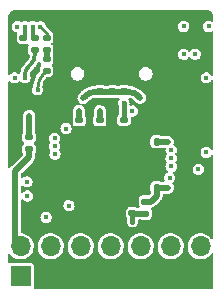
<source format=gbr>
%TF.GenerationSoftware,KiCad,Pcbnew,(6.0.0)*%
%TF.CreationDate,2022-03-30T16:35:39+08:00*%
%TF.ProjectId,USB2_Jtag_Bridge,55534232-5f4a-4746-9167-5f4272696467,rev?*%
%TF.SameCoordinates,Original*%
%TF.FileFunction,Copper,L4,Bot*%
%TF.FilePolarity,Positive*%
%FSLAX46Y46*%
G04 Gerber Fmt 4.6, Leading zero omitted, Abs format (unit mm)*
G04 Created by KiCad (PCBNEW (6.0.0)) date 2022-03-30 16:35:39*
%MOMM*%
%LPD*%
G01*
G04 APERTURE LIST*
G04 Aperture macros list*
%AMRoundRect*
0 Rectangle with rounded corners*
0 $1 Rounding radius*
0 $2 $3 $4 $5 $6 $7 $8 $9 X,Y pos of 4 corners*
0 Add a 4 corners polygon primitive as box body*
4,1,4,$2,$3,$4,$5,$6,$7,$8,$9,$2,$3,0*
0 Add four circle primitives for the rounded corners*
1,1,$1+$1,$2,$3*
1,1,$1+$1,$4,$5*
1,1,$1+$1,$6,$7*
1,1,$1+$1,$8,$9*
0 Add four rect primitives between the rounded corners*
20,1,$1+$1,$2,$3,$4,$5,0*
20,1,$1+$1,$4,$5,$6,$7,0*
20,1,$1+$1,$6,$7,$8,$9,0*
20,1,$1+$1,$8,$9,$2,$3,0*%
G04 Aperture macros list end*
%TA.AperFunction,ComponentPad*%
%ADD10O,1.000000X2.100000*%
%TD*%
%TA.AperFunction,ComponentPad*%
%ADD11O,1.000000X1.600000*%
%TD*%
%TA.AperFunction,ComponentPad*%
%ADD12R,1.700000X1.700000*%
%TD*%
%TA.AperFunction,ComponentPad*%
%ADD13O,1.700000X1.700000*%
%TD*%
%TA.AperFunction,SMDPad,CuDef*%
%ADD14RoundRect,0.140000X-0.170000X0.140000X-0.170000X-0.140000X0.170000X-0.140000X0.170000X0.140000X0*%
%TD*%
%TA.AperFunction,SMDPad,CuDef*%
%ADD15RoundRect,0.140000X0.170000X-0.140000X0.170000X0.140000X-0.170000X0.140000X-0.170000X-0.140000X0*%
%TD*%
%TA.AperFunction,SMDPad,CuDef*%
%ADD16RoundRect,0.135000X0.185000X-0.135000X0.185000X0.135000X-0.185000X0.135000X-0.185000X-0.135000X0*%
%TD*%
%TA.AperFunction,SMDPad,CuDef*%
%ADD17RoundRect,0.135000X-0.185000X0.135000X-0.185000X-0.135000X0.185000X-0.135000X0.185000X0.135000X0*%
%TD*%
%TA.AperFunction,SMDPad,CuDef*%
%ADD18RoundRect,0.140000X0.140000X0.170000X-0.140000X0.170000X-0.140000X-0.170000X0.140000X-0.170000X0*%
%TD*%
%TA.AperFunction,ViaPad*%
%ADD19C,0.450000*%
%TD*%
%TA.AperFunction,Conductor*%
%ADD20C,0.400000*%
%TD*%
%TA.AperFunction,Conductor*%
%ADD21C,0.500000*%
%TD*%
%TA.AperFunction,Conductor*%
%ADD22C,0.300000*%
%TD*%
%TA.AperFunction,Conductor*%
%ADD23C,0.250000*%
%TD*%
G04 APERTURE END LIST*
D10*
%TO.P,J1,S1,SHIELD*%
%TO.N,VSS*%
X137650000Y-72150001D03*
D11*
X137650000Y-67970001D03*
X146290000Y-67970001D03*
D10*
X146290000Y-72150001D03*
%TD*%
D12*
%TO.P,J2,1,Pin_1*%
%TO.N,unconnected-(J2-Pad1)*%
X134265000Y-88795000D03*
D13*
%TO.P,J2,2,Pin_2*%
%TO.N,Net-(J2-Pad2)*%
X134265000Y-86255000D03*
%TO.P,J2,3,Pin_3*%
%TO.N,VSS*%
X136805000Y-88795000D03*
%TO.P,J2,4,Pin_4*%
%TO.N,TMS*%
X136805000Y-86255000D03*
%TO.P,J2,5,Pin_5*%
%TO.N,VSS*%
X139345000Y-88795000D03*
%TO.P,J2,6,Pin_6*%
%TO.N,TCK*%
X139345000Y-86255000D03*
%TO.P,J2,7,Pin_7*%
%TO.N,VSS*%
X141885000Y-88795000D03*
%TO.P,J2,8,Pin_8*%
%TO.N,TDO*%
X141885000Y-86255000D03*
%TO.P,J2,9,Pin_9*%
%TO.N,VSS*%
X144425000Y-88795000D03*
%TO.P,J2,10,Pin_10*%
%TO.N,TDI*%
X144425000Y-86255000D03*
%TO.P,J2,11,Pin_11*%
%TO.N,VSS*%
X146965000Y-88795000D03*
%TO.P,J2,12,Pin_12*%
%TO.N,unconnected-(J2-Pad12)*%
X146965000Y-86255000D03*
%TO.P,J2,13,Pin_13*%
%TO.N,VSS*%
X149505000Y-88795000D03*
%TO.P,J2,14,Pin_14*%
%TO.N,unconnected-(J2-Pad14)*%
X149505000Y-86255000D03*
%TD*%
D14*
%TO.P,C14,1*%
%TO.N,Net-(C14-Pad1)*%
X134490000Y-68620000D03*
%TO.P,C14,2*%
%TO.N,VSS*%
X134490000Y-69580000D03*
%TD*%
D15*
%TO.P,C5,1*%
%TO.N,RESET*%
X143720000Y-83460000D03*
%TO.P,C5,2*%
%TO.N,VSS*%
X143720000Y-82500000D03*
%TD*%
D14*
%TO.P,C9,1*%
%TO.N,+3V3*%
X140960000Y-75580000D03*
%TO.P,C9,2*%
%TO.N,VSS*%
X140960000Y-76540000D03*
%TD*%
D16*
%TO.P,R4,1*%
%TO.N,RESET*%
X144820000Y-83490000D03*
%TO.P,R4,2*%
%TO.N,+3V3*%
X144820000Y-82470000D03*
%TD*%
D15*
%TO.P,C13,1*%
%TO.N,VBUS*%
X141004681Y-73121884D03*
%TO.P,C13,2*%
%TO.N,VSS*%
X141004681Y-72161884D03*
%TD*%
%TO.P,C11,1*%
%TO.N,VBUS*%
X143024681Y-73111885D03*
%TO.P,C11,2*%
%TO.N,VSS*%
X143024681Y-72151885D03*
%TD*%
D16*
%TO.P,R11,1*%
%TO.N,Net-(C15-Pad1)*%
X136460000Y-69620000D03*
%TO.P,R11,2*%
%TO.N,Net-(R11-Pad2)*%
X136460000Y-68600000D03*
%TD*%
D17*
%TO.P,R3,1*%
%TO.N,Net-(R3-Pad1)*%
X143010000Y-75570000D03*
%TO.P,R3,2*%
%TO.N,VSS*%
X143010000Y-76590000D03*
%TD*%
D18*
%TO.P,C6,1*%
%TO.N,+3V3*%
X145780000Y-81300000D03*
%TO.P,C6,2*%
%TO.N,VSS*%
X144820000Y-81300000D03*
%TD*%
D17*
%TO.P,R10,1*%
%TO.N,Net-(R10-Pad1)*%
X135450000Y-68590000D03*
%TO.P,R10,2*%
%TO.N,VBUS*%
X135450000Y-69610000D03*
%TD*%
D16*
%TO.P,Jumper1,1*%
%TO.N,Net-(J2-Pad2)*%
X134970000Y-78050000D03*
%TO.P,Jumper1,2*%
%TO.N,3.3V*%
X134970000Y-77030000D03*
%TD*%
D14*
%TO.P,C8,1*%
%TO.N,+3V3*%
X139220000Y-75580000D03*
%TO.P,C8,2*%
%TO.N,VSS*%
X139220000Y-76540000D03*
%TD*%
D15*
%TO.P,C12,1*%
%TO.N,VBUS*%
X142009999Y-73120000D03*
%TO.P,C12,2*%
%TO.N,VSS*%
X142009999Y-72160000D03*
%TD*%
D14*
%TO.P,C15,1*%
%TO.N,Net-(C15-Pad1)*%
X136460000Y-70420000D03*
%TO.P,C15,2*%
%TO.N,Net-(C15-Pad2)*%
X136460000Y-71380000D03*
%TD*%
D18*
%TO.P,C10,1*%
%TO.N,+3V3*%
X145780000Y-77400000D03*
%TO.P,C10,2*%
%TO.N,VSS*%
X144820000Y-77400000D03*
%TD*%
D19*
%TO.N,VSS*%
X143070000Y-78540000D03*
X149840000Y-76670000D03*
X141070000Y-80540000D03*
X141070000Y-79540000D03*
X136720000Y-76140000D03*
X149300000Y-83310000D03*
X142925000Y-70030000D03*
X149250000Y-82330000D03*
X141925000Y-69030000D03*
X149020000Y-67640000D03*
X143070000Y-80540000D03*
X140925000Y-68030000D03*
X141070000Y-78540000D03*
X142070000Y-78540000D03*
X141925000Y-70030000D03*
X142070000Y-80540000D03*
X142070000Y-79540000D03*
X137380000Y-75720000D03*
X146820000Y-75650000D03*
X142925000Y-68030000D03*
X141925000Y-68030000D03*
X143070000Y-79540000D03*
X142925000Y-69030000D03*
X140925000Y-70030000D03*
X140925000Y-69030000D03*
X149840000Y-73270000D03*
%TO.N,RESET*%
X143720000Y-84180000D03*
%TO.N,+3V3*%
X146730000Y-77400000D03*
X143720000Y-74800000D03*
X146740000Y-81300000D03*
X149970000Y-72000000D03*
X140960000Y-74800000D03*
X139220000Y-74800000D03*
X138350000Y-82820000D03*
X149970000Y-78310000D03*
%TO.N,VBUS*%
X136410000Y-83820000D03*
X139570000Y-73700000D03*
X134625000Y-72000000D03*
X146870000Y-80450000D03*
X144380000Y-73690000D03*
%TO.N,Net-(C14-Pad1)*%
X134625000Y-67660000D03*
%TO.N,Net-(C15-Pad2)*%
X135690000Y-73000000D03*
%TO.N,3.3V*%
X134980000Y-75230000D03*
%TO.N,Net-(D1-Pad2)*%
X133750000Y-72000000D03*
X134840000Y-82010000D03*
%TO.N,TDI*%
X137130000Y-77130000D03*
%TO.N,TDO*%
X137140000Y-77800000D03*
%TO.N,TCK*%
X138100000Y-76290000D03*
%TO.N,TMS*%
X137169500Y-78470000D03*
%TO.N,EEP_CS*%
X147000000Y-78100000D03*
X149030000Y-70000000D03*
%TO.N,Net-(R6-Pad2)*%
X149300000Y-79740000D03*
X150170000Y-67650000D03*
%TO.N,EEP_CLK*%
X148070000Y-70010000D03*
X147000000Y-78810000D03*
%TO.N,EEP_D*%
X147000000Y-79500000D03*
X148070000Y-67650000D03*
%TO.N,Net-(R10-Pad1)*%
X135275000Y-67660000D03*
%TO.N,Net-(R11-Pad2)*%
X135925000Y-67670000D03*
%TO.N,Net-(R12-Pad2)*%
X134790000Y-80800000D03*
X133975000Y-67660000D03*
%TO.N,Net-(R3-Pad1)*%
X143000000Y-74160000D03*
%TD*%
D20*
%TO.N,RESET*%
X143720000Y-83460000D02*
X143720000Y-84180000D01*
D21*
X143750000Y-83490000D02*
X143720000Y-83460000D01*
X144820000Y-83490000D02*
X143750000Y-83490000D01*
%TO.N,+3V3*%
X145300000Y-82470000D02*
X145780000Y-81990000D01*
X140960000Y-75580000D02*
X140960000Y-74800000D01*
X145780000Y-81990000D02*
X145780000Y-81300000D01*
X144820000Y-82470000D02*
X145300000Y-82470000D01*
X139220000Y-75580000D02*
X139220000Y-74800000D01*
X145810000Y-77400000D02*
X146730000Y-77400000D01*
X146740000Y-81300000D02*
X145790000Y-81300000D01*
%TO.N,VBUS*%
X140474214Y-73210000D02*
X143485786Y-73210000D01*
X144192893Y-73502893D02*
X144380000Y-73690000D01*
D22*
X135157107Y-70812893D02*
X134917893Y-71052107D01*
X135450000Y-69610000D02*
X135450000Y-70105786D01*
D21*
X139570000Y-73700000D02*
X139767107Y-73502893D01*
X143485786Y-73210001D02*
G75*
G02*
X144192892Y-73502894I3J-999993D01*
G01*
D22*
X134625001Y-71759214D02*
G75*
G02*
X134917894Y-71052108I999993J3D01*
G01*
X135157107Y-70812893D02*
G75*
G03*
X135450000Y-70105786I-707106J707106D01*
G01*
D21*
X140474214Y-73210001D02*
G75*
G03*
X139767108Y-73502894I-3J-999993D01*
G01*
D22*
%TO.N,Net-(C14-Pad1)*%
X134625000Y-67660000D02*
X134625000Y-68485000D01*
X134625000Y-68485000D02*
X134490000Y-68620000D01*
D21*
%TO.N,Net-(C15-Pad1)*%
X136460000Y-69620000D02*
X136460000Y-70420000D01*
D23*
%TO.N,Net-(C15-Pad2)*%
X135690000Y-73000000D02*
X135690000Y-72978427D01*
X136275787Y-71564213D02*
X136460000Y-71380000D01*
X135690001Y-72978427D02*
G75*
G02*
X136275788Y-71564214I1999999J0D01*
G01*
D21*
%TO.N,3.3V*%
X134970000Y-75240000D02*
X134980000Y-75230000D01*
X134970000Y-77015000D02*
X134970000Y-75240000D01*
D22*
%TO.N,Net-(R10-Pad1)*%
X135275000Y-68415000D02*
X135450000Y-68590000D01*
X135275000Y-67660000D02*
X135275000Y-68415000D01*
D23*
%TO.N,Net-(R11-Pad2)*%
X136460000Y-68600000D02*
X136460000Y-68205000D01*
X136460000Y-68205000D02*
X135925000Y-67670000D01*
D20*
%TO.N,Net-(R3-Pad1)*%
X143000000Y-74160000D02*
X143010000Y-74170000D01*
X143010000Y-74170000D02*
X143010000Y-75580000D01*
D21*
%TO.N,Net-(J2-Pad2)*%
X133810000Y-85800000D02*
X134265000Y-86255000D01*
X134970000Y-78700000D02*
X133810000Y-79860000D01*
X134970000Y-78050000D02*
X134970000Y-78700000D01*
X133810000Y-79860000D02*
X133810000Y-85800000D01*
%TD*%
%TA.AperFunction,Conductor*%
%TO.N,VSS*%
G36*
X150014938Y-66261902D02*
G01*
X150020437Y-66262996D01*
X150020438Y-66262996D01*
X150030000Y-66264898D01*
X150039564Y-66262995D01*
X150049313Y-66262995D01*
X150049313Y-66263988D01*
X150061019Y-66263495D01*
X150141299Y-66272541D01*
X150162911Y-66277473D01*
X150178693Y-66282995D01*
X150258113Y-66310785D01*
X150278080Y-66320401D01*
X150363169Y-66373867D01*
X150363472Y-66374057D01*
X150380804Y-66387878D01*
X150452122Y-66459196D01*
X150465943Y-66476528D01*
X150519599Y-66561920D01*
X150529215Y-66581887D01*
X150544991Y-66626973D01*
X150562527Y-66677089D01*
X150567459Y-66698701D01*
X150576505Y-66778981D01*
X150576012Y-66790687D01*
X150577005Y-66790687D01*
X150577005Y-66800436D01*
X150575102Y-66810000D01*
X150577004Y-66819562D01*
X150577004Y-66819563D01*
X150578098Y-66825062D01*
X150580000Y-66844376D01*
X150580000Y-67166910D01*
X150561093Y-67225101D01*
X150511593Y-67261065D01*
X150450407Y-67261065D01*
X150427153Y-67249985D01*
X150398609Y-67231484D01*
X150371501Y-67213913D01*
X150241006Y-67174887D01*
X150160455Y-67174395D01*
X150111855Y-67174098D01*
X150111854Y-67174098D01*
X150104804Y-67174055D01*
X150098027Y-67175992D01*
X150098026Y-67175992D01*
X149980622Y-67209546D01*
X149980620Y-67209547D01*
X149973842Y-67211484D01*
X149858650Y-67284165D01*
X149768487Y-67386255D01*
X149710601Y-67509548D01*
X149689646Y-67644131D01*
X149707306Y-67779186D01*
X149710146Y-67785640D01*
X149710147Y-67785644D01*
X149758002Y-67894402D01*
X149762162Y-67903856D01*
X149805983Y-67955988D01*
X149845265Y-68002720D01*
X149845268Y-68002722D01*
X149849804Y-68008119D01*
X149855675Y-68012027D01*
X149855676Y-68012028D01*
X149870699Y-68022028D01*
X149963187Y-68083593D01*
X149969914Y-68085695D01*
X149969917Y-68085696D01*
X150086463Y-68122107D01*
X150086464Y-68122107D01*
X150093195Y-68124210D01*
X150163288Y-68125495D01*
X150222324Y-68126577D01*
X150222326Y-68126577D01*
X150229377Y-68126706D01*
X150236180Y-68124851D01*
X150236182Y-68124851D01*
X150324106Y-68100880D01*
X150360786Y-68090880D01*
X150429200Y-68048874D01*
X150488682Y-68034540D01*
X150545230Y-68057905D01*
X150577245Y-68110047D01*
X150580000Y-68133241D01*
X150580000Y-71735773D01*
X150561093Y-71793964D01*
X150511593Y-71829928D01*
X150450407Y-71829928D01*
X150400907Y-71793964D01*
X150390878Y-71776748D01*
X150377627Y-71747604D01*
X150377626Y-71747603D01*
X150374706Y-71741180D01*
X150285796Y-71637996D01*
X150171501Y-71563913D01*
X150041006Y-71524887D01*
X149960455Y-71524395D01*
X149911855Y-71524098D01*
X149911854Y-71524098D01*
X149904804Y-71524055D01*
X149898027Y-71525992D01*
X149898026Y-71525992D01*
X149780622Y-71559546D01*
X149780620Y-71559547D01*
X149773842Y-71561484D01*
X149658650Y-71634165D01*
X149568487Y-71736255D01*
X149510601Y-71859548D01*
X149489646Y-71994131D01*
X149507306Y-72129186D01*
X149510146Y-72135640D01*
X149510147Y-72135644D01*
X149558506Y-72245548D01*
X149562162Y-72253856D01*
X149586062Y-72282288D01*
X149645265Y-72352720D01*
X149645268Y-72352722D01*
X149649804Y-72358119D01*
X149655675Y-72362027D01*
X149655676Y-72362028D01*
X149672616Y-72373304D01*
X149763187Y-72433593D01*
X149769914Y-72435695D01*
X149769917Y-72435696D01*
X149886463Y-72472107D01*
X149886464Y-72472107D01*
X149893195Y-72474210D01*
X149963288Y-72475495D01*
X150022324Y-72476577D01*
X150022326Y-72476577D01*
X150029377Y-72476706D01*
X150036180Y-72474851D01*
X150036182Y-72474851D01*
X150120988Y-72451730D01*
X150160786Y-72440880D01*
X150276858Y-72369612D01*
X150331793Y-72308921D01*
X150363529Y-72273859D01*
X150363529Y-72273858D01*
X150368261Y-72268631D01*
X150391906Y-72219828D01*
X150434294Y-72175704D01*
X150494522Y-72164922D01*
X150549585Y-72191600D01*
X150578451Y-72245548D01*
X150580000Y-72262994D01*
X150580000Y-78045773D01*
X150561093Y-78103964D01*
X150511593Y-78139928D01*
X150450407Y-78139928D01*
X150400907Y-78103964D01*
X150390878Y-78086748D01*
X150377627Y-78057604D01*
X150377626Y-78057603D01*
X150374706Y-78051180D01*
X150285796Y-77947996D01*
X150171501Y-77873913D01*
X150041006Y-77834887D01*
X149960455Y-77834395D01*
X149911855Y-77834098D01*
X149911854Y-77834098D01*
X149904804Y-77834055D01*
X149898027Y-77835992D01*
X149898026Y-77835992D01*
X149780622Y-77869546D01*
X149780620Y-77869547D01*
X149773842Y-77871484D01*
X149658650Y-77944165D01*
X149568487Y-78046255D01*
X149510601Y-78169548D01*
X149489646Y-78304131D01*
X149490561Y-78311129D01*
X149493705Y-78335171D01*
X149507306Y-78439186D01*
X149510146Y-78445640D01*
X149510147Y-78445644D01*
X149554233Y-78545837D01*
X149562162Y-78563856D01*
X149600190Y-78609096D01*
X149645265Y-78662720D01*
X149645268Y-78662722D01*
X149649804Y-78668119D01*
X149655675Y-78672027D01*
X149655676Y-78672028D01*
X149670890Y-78682155D01*
X149763187Y-78743593D01*
X149769914Y-78745695D01*
X149769917Y-78745696D01*
X149886463Y-78782107D01*
X149886464Y-78782107D01*
X149893195Y-78784210D01*
X149963288Y-78785495D01*
X150022324Y-78786577D01*
X150022326Y-78786577D01*
X150029377Y-78786706D01*
X150036180Y-78784851D01*
X150036182Y-78784851D01*
X150123292Y-78761102D01*
X150160786Y-78750880D01*
X150276858Y-78679612D01*
X150285968Y-78669548D01*
X150363529Y-78583859D01*
X150363529Y-78583858D01*
X150368261Y-78578631D01*
X150391906Y-78529828D01*
X150434294Y-78485704D01*
X150494522Y-78474922D01*
X150549585Y-78501600D01*
X150578451Y-78555548D01*
X150580000Y-78572994D01*
X150580000Y-85557127D01*
X150561093Y-85615318D01*
X150511593Y-85651282D01*
X150450407Y-85651282D01*
X150401676Y-85616361D01*
X150329051Y-85519104D01*
X150329050Y-85519103D01*
X150326335Y-85515467D01*
X150177812Y-85378174D01*
X150155125Y-85363859D01*
X150010594Y-85272667D01*
X150006757Y-85270246D01*
X149818898Y-85195298D01*
X149620526Y-85155839D01*
X149520930Y-85154535D01*
X149422826Y-85153251D01*
X149422821Y-85153251D01*
X149418286Y-85153192D01*
X149413813Y-85153961D01*
X149413808Y-85153961D01*
X149315245Y-85170898D01*
X149218949Y-85187444D01*
X149029193Y-85257449D01*
X148855371Y-85360862D01*
X148851956Y-85363857D01*
X148851953Y-85363859D01*
X148835630Y-85378174D01*
X148703305Y-85494220D01*
X148700497Y-85497782D01*
X148607018Y-85616361D01*
X148578089Y-85653057D01*
X148483914Y-85832053D01*
X148482569Y-85836384D01*
X148482568Y-85836387D01*
X148428016Y-86012077D01*
X148423937Y-86025213D01*
X148400164Y-86226069D01*
X148413392Y-86427894D01*
X148463178Y-86623928D01*
X148547856Y-86807607D01*
X148664588Y-86972780D01*
X148809466Y-87113913D01*
X148977637Y-87226282D01*
X149163470Y-87306122D01*
X149360740Y-87350760D01*
X149562842Y-87358700D01*
X149616377Y-87350938D01*
X149758519Y-87330329D01*
X149758522Y-87330328D01*
X149763007Y-87329678D01*
X149858769Y-87297171D01*
X149950234Y-87266123D01*
X149950237Y-87266121D01*
X149954531Y-87264664D01*
X150131001Y-87165837D01*
X150286505Y-87036505D01*
X150404885Y-86894169D01*
X150456631Y-86861520D01*
X150517685Y-86865522D01*
X150564727Y-86904646D01*
X150580000Y-86957474D01*
X150580000Y-89771000D01*
X150561093Y-89829191D01*
X150511593Y-89865155D01*
X150481000Y-89870000D01*
X135444358Y-89870000D01*
X135386167Y-89851093D01*
X135350203Y-89801593D01*
X135350203Y-89743882D01*
X135350966Y-89742740D01*
X135365500Y-89669674D01*
X135365500Y-87920326D01*
X135350966Y-87847260D01*
X135295601Y-87764399D01*
X135212740Y-87709034D01*
X135139674Y-87694500D01*
X133390326Y-87694500D01*
X133347399Y-87703039D01*
X133328314Y-87706835D01*
X133267553Y-87699643D01*
X133222623Y-87658111D01*
X133210000Y-87609737D01*
X133210000Y-86980761D01*
X133228907Y-86922570D01*
X133278407Y-86886606D01*
X133339593Y-86886606D01*
X133389848Y-86923624D01*
X133424588Y-86972780D01*
X133569466Y-87113913D01*
X133737637Y-87226282D01*
X133923470Y-87306122D01*
X134120740Y-87350760D01*
X134322842Y-87358700D01*
X134376377Y-87350938D01*
X134518519Y-87330329D01*
X134518522Y-87330328D01*
X134523007Y-87329678D01*
X134618769Y-87297171D01*
X134710234Y-87266123D01*
X134710237Y-87266121D01*
X134714531Y-87264664D01*
X134891001Y-87165837D01*
X135046505Y-87036505D01*
X135175837Y-86881001D01*
X135274664Y-86704531D01*
X135339678Y-86513007D01*
X135368700Y-86312842D01*
X135370215Y-86255000D01*
X135367557Y-86226069D01*
X135700164Y-86226069D01*
X135713392Y-86427894D01*
X135763178Y-86623928D01*
X135847856Y-86807607D01*
X135964588Y-86972780D01*
X136109466Y-87113913D01*
X136277637Y-87226282D01*
X136463470Y-87306122D01*
X136660740Y-87350760D01*
X136862842Y-87358700D01*
X136916377Y-87350938D01*
X137058519Y-87330329D01*
X137058522Y-87330328D01*
X137063007Y-87329678D01*
X137158769Y-87297171D01*
X137250234Y-87266123D01*
X137250237Y-87266121D01*
X137254531Y-87264664D01*
X137431001Y-87165837D01*
X137586505Y-87036505D01*
X137715837Y-86881001D01*
X137814664Y-86704531D01*
X137879678Y-86513007D01*
X137908700Y-86312842D01*
X137910215Y-86255000D01*
X137907557Y-86226069D01*
X138240164Y-86226069D01*
X138253392Y-86427894D01*
X138303178Y-86623928D01*
X138387856Y-86807607D01*
X138504588Y-86972780D01*
X138649466Y-87113913D01*
X138817637Y-87226282D01*
X139003470Y-87306122D01*
X139200740Y-87350760D01*
X139402842Y-87358700D01*
X139456377Y-87350938D01*
X139598519Y-87330329D01*
X139598522Y-87330328D01*
X139603007Y-87329678D01*
X139698769Y-87297171D01*
X139790234Y-87266123D01*
X139790237Y-87266121D01*
X139794531Y-87264664D01*
X139971001Y-87165837D01*
X140126505Y-87036505D01*
X140255837Y-86881001D01*
X140354664Y-86704531D01*
X140419678Y-86513007D01*
X140448700Y-86312842D01*
X140450215Y-86255000D01*
X140447557Y-86226069D01*
X140780164Y-86226069D01*
X140793392Y-86427894D01*
X140843178Y-86623928D01*
X140927856Y-86807607D01*
X141044588Y-86972780D01*
X141189466Y-87113913D01*
X141357637Y-87226282D01*
X141543470Y-87306122D01*
X141740740Y-87350760D01*
X141942842Y-87358700D01*
X141996377Y-87350938D01*
X142138519Y-87330329D01*
X142138522Y-87330328D01*
X142143007Y-87329678D01*
X142238769Y-87297171D01*
X142330234Y-87266123D01*
X142330237Y-87266121D01*
X142334531Y-87264664D01*
X142511001Y-87165837D01*
X142666505Y-87036505D01*
X142795837Y-86881001D01*
X142894664Y-86704531D01*
X142959678Y-86513007D01*
X142988700Y-86312842D01*
X142990215Y-86255000D01*
X142987557Y-86226069D01*
X143320164Y-86226069D01*
X143333392Y-86427894D01*
X143383178Y-86623928D01*
X143467856Y-86807607D01*
X143584588Y-86972780D01*
X143729466Y-87113913D01*
X143897637Y-87226282D01*
X144083470Y-87306122D01*
X144280740Y-87350760D01*
X144482842Y-87358700D01*
X144536377Y-87350938D01*
X144678519Y-87330329D01*
X144678522Y-87330328D01*
X144683007Y-87329678D01*
X144778769Y-87297171D01*
X144870234Y-87266123D01*
X144870237Y-87266121D01*
X144874531Y-87264664D01*
X145051001Y-87165837D01*
X145206505Y-87036505D01*
X145335837Y-86881001D01*
X145434664Y-86704531D01*
X145499678Y-86513007D01*
X145528700Y-86312842D01*
X145530215Y-86255000D01*
X145527557Y-86226069D01*
X145860164Y-86226069D01*
X145873392Y-86427894D01*
X145923178Y-86623928D01*
X146007856Y-86807607D01*
X146124588Y-86972780D01*
X146269466Y-87113913D01*
X146437637Y-87226282D01*
X146623470Y-87306122D01*
X146820740Y-87350760D01*
X147022842Y-87358700D01*
X147076377Y-87350938D01*
X147218519Y-87330329D01*
X147218522Y-87330328D01*
X147223007Y-87329678D01*
X147318769Y-87297171D01*
X147410234Y-87266123D01*
X147410237Y-87266121D01*
X147414531Y-87264664D01*
X147591001Y-87165837D01*
X147746505Y-87036505D01*
X147875837Y-86881001D01*
X147974664Y-86704531D01*
X148039678Y-86513007D01*
X148068700Y-86312842D01*
X148070215Y-86255000D01*
X148051708Y-86053591D01*
X147996807Y-85858926D01*
X147907351Y-85677527D01*
X147786335Y-85515467D01*
X147637812Y-85378174D01*
X147615125Y-85363859D01*
X147470594Y-85272667D01*
X147466757Y-85270246D01*
X147278898Y-85195298D01*
X147080526Y-85155839D01*
X146980930Y-85154535D01*
X146882826Y-85153251D01*
X146882821Y-85153251D01*
X146878286Y-85153192D01*
X146873813Y-85153961D01*
X146873808Y-85153961D01*
X146775245Y-85170898D01*
X146678949Y-85187444D01*
X146489193Y-85257449D01*
X146315371Y-85360862D01*
X146311956Y-85363857D01*
X146311953Y-85363859D01*
X146295630Y-85378174D01*
X146163305Y-85494220D01*
X146160497Y-85497782D01*
X146067018Y-85616361D01*
X146038089Y-85653057D01*
X145943914Y-85832053D01*
X145942569Y-85836384D01*
X145942568Y-85836387D01*
X145888016Y-86012077D01*
X145883937Y-86025213D01*
X145860164Y-86226069D01*
X145527557Y-86226069D01*
X145511708Y-86053591D01*
X145456807Y-85858926D01*
X145367351Y-85677527D01*
X145246335Y-85515467D01*
X145097812Y-85378174D01*
X145075125Y-85363859D01*
X144930594Y-85272667D01*
X144926757Y-85270246D01*
X144738898Y-85195298D01*
X144540526Y-85155839D01*
X144440930Y-85154535D01*
X144342826Y-85153251D01*
X144342821Y-85153251D01*
X144338286Y-85153192D01*
X144333813Y-85153961D01*
X144333808Y-85153961D01*
X144235245Y-85170898D01*
X144138949Y-85187444D01*
X143949193Y-85257449D01*
X143775371Y-85360862D01*
X143771956Y-85363857D01*
X143771953Y-85363859D01*
X143755630Y-85378174D01*
X143623305Y-85494220D01*
X143620497Y-85497782D01*
X143527018Y-85616361D01*
X143498089Y-85653057D01*
X143403914Y-85832053D01*
X143402569Y-85836384D01*
X143402568Y-85836387D01*
X143348016Y-86012077D01*
X143343937Y-86025213D01*
X143320164Y-86226069D01*
X142987557Y-86226069D01*
X142971708Y-86053591D01*
X142916807Y-85858926D01*
X142827351Y-85677527D01*
X142706335Y-85515467D01*
X142557812Y-85378174D01*
X142535125Y-85363859D01*
X142390594Y-85272667D01*
X142386757Y-85270246D01*
X142198898Y-85195298D01*
X142000526Y-85155839D01*
X141900930Y-85154535D01*
X141802826Y-85153251D01*
X141802821Y-85153251D01*
X141798286Y-85153192D01*
X141793813Y-85153961D01*
X141793808Y-85153961D01*
X141695245Y-85170898D01*
X141598949Y-85187444D01*
X141409193Y-85257449D01*
X141235371Y-85360862D01*
X141231956Y-85363857D01*
X141231953Y-85363859D01*
X141215630Y-85378174D01*
X141083305Y-85494220D01*
X141080497Y-85497782D01*
X140987018Y-85616361D01*
X140958089Y-85653057D01*
X140863914Y-85832053D01*
X140862569Y-85836384D01*
X140862568Y-85836387D01*
X140808016Y-86012077D01*
X140803937Y-86025213D01*
X140780164Y-86226069D01*
X140447557Y-86226069D01*
X140431708Y-86053591D01*
X140376807Y-85858926D01*
X140287351Y-85677527D01*
X140166335Y-85515467D01*
X140017812Y-85378174D01*
X139995125Y-85363859D01*
X139850594Y-85272667D01*
X139846757Y-85270246D01*
X139658898Y-85195298D01*
X139460526Y-85155839D01*
X139360930Y-85154535D01*
X139262826Y-85153251D01*
X139262821Y-85153251D01*
X139258286Y-85153192D01*
X139253813Y-85153961D01*
X139253808Y-85153961D01*
X139155245Y-85170898D01*
X139058949Y-85187444D01*
X138869193Y-85257449D01*
X138695371Y-85360862D01*
X138691956Y-85363857D01*
X138691953Y-85363859D01*
X138675630Y-85378174D01*
X138543305Y-85494220D01*
X138540497Y-85497782D01*
X138447018Y-85616361D01*
X138418089Y-85653057D01*
X138323914Y-85832053D01*
X138322569Y-85836384D01*
X138322568Y-85836387D01*
X138268016Y-86012077D01*
X138263937Y-86025213D01*
X138240164Y-86226069D01*
X137907557Y-86226069D01*
X137891708Y-86053591D01*
X137836807Y-85858926D01*
X137747351Y-85677527D01*
X137626335Y-85515467D01*
X137477812Y-85378174D01*
X137455125Y-85363859D01*
X137310594Y-85272667D01*
X137306757Y-85270246D01*
X137118898Y-85195298D01*
X136920526Y-85155839D01*
X136820930Y-85154535D01*
X136722826Y-85153251D01*
X136722821Y-85153251D01*
X136718286Y-85153192D01*
X136713813Y-85153961D01*
X136713808Y-85153961D01*
X136615245Y-85170898D01*
X136518949Y-85187444D01*
X136329193Y-85257449D01*
X136155371Y-85360862D01*
X136151956Y-85363857D01*
X136151953Y-85363859D01*
X136135630Y-85378174D01*
X136003305Y-85494220D01*
X136000497Y-85497782D01*
X135907018Y-85616361D01*
X135878089Y-85653057D01*
X135783914Y-85832053D01*
X135782569Y-85836384D01*
X135782568Y-85836387D01*
X135728016Y-86012077D01*
X135723937Y-86025213D01*
X135700164Y-86226069D01*
X135367557Y-86226069D01*
X135351708Y-86053591D01*
X135296807Y-85858926D01*
X135207351Y-85677527D01*
X135086335Y-85515467D01*
X134937812Y-85378174D01*
X134915125Y-85363859D01*
X134770594Y-85272667D01*
X134766757Y-85270246D01*
X134578898Y-85195298D01*
X134390185Y-85157760D01*
X134336802Y-85127864D01*
X134311186Y-85072299D01*
X134310500Y-85060663D01*
X134310500Y-83814131D01*
X135929646Y-83814131D01*
X135930561Y-83821129D01*
X135942543Y-83912758D01*
X135947306Y-83949186D01*
X135950146Y-83955640D01*
X135950147Y-83955644D01*
X135987066Y-84039548D01*
X136002162Y-84073856D01*
X136027110Y-84103535D01*
X136085265Y-84172720D01*
X136085268Y-84172722D01*
X136089804Y-84178119D01*
X136095675Y-84182027D01*
X136095676Y-84182028D01*
X136110262Y-84191737D01*
X136203187Y-84253593D01*
X136209914Y-84255695D01*
X136209917Y-84255696D01*
X136326463Y-84292107D01*
X136326464Y-84292107D01*
X136333195Y-84294210D01*
X136403288Y-84295495D01*
X136462324Y-84296577D01*
X136462326Y-84296577D01*
X136469377Y-84296706D01*
X136476180Y-84294851D01*
X136476182Y-84294851D01*
X136548410Y-84275159D01*
X136600786Y-84260880D01*
X136716858Y-84189612D01*
X136724537Y-84181129D01*
X136803529Y-84093859D01*
X136803529Y-84093858D01*
X136808261Y-84088631D01*
X136867649Y-83966054D01*
X136869401Y-83955644D01*
X136889613Y-83835506D01*
X136889613Y-83835505D01*
X136890247Y-83831737D01*
X136890390Y-83820000D01*
X136889550Y-83814131D01*
X136876380Y-83722175D01*
X136871081Y-83685171D01*
X136814706Y-83561180D01*
X136725796Y-83457996D01*
X136611501Y-83383913D01*
X136481006Y-83344887D01*
X136400455Y-83344395D01*
X136351855Y-83344098D01*
X136351854Y-83344098D01*
X136344804Y-83344055D01*
X136338027Y-83345992D01*
X136338026Y-83345992D01*
X136220622Y-83379546D01*
X136220620Y-83379547D01*
X136213842Y-83381484D01*
X136098650Y-83454165D01*
X136008487Y-83556255D01*
X135950601Y-83679548D01*
X135929646Y-83814131D01*
X134310500Y-83814131D01*
X134310500Y-82814131D01*
X137869646Y-82814131D01*
X137870561Y-82821129D01*
X137884732Y-82929500D01*
X137887306Y-82949186D01*
X137890146Y-82955640D01*
X137890147Y-82955644D01*
X137939321Y-83067400D01*
X137942162Y-83073856D01*
X137985983Y-83125988D01*
X138025265Y-83172720D01*
X138025268Y-83172722D01*
X138029804Y-83178119D01*
X138035675Y-83182027D01*
X138035676Y-83182028D01*
X138048982Y-83190885D01*
X138143187Y-83253593D01*
X138149914Y-83255695D01*
X138149917Y-83255696D01*
X138266463Y-83292107D01*
X138266464Y-83292107D01*
X138273195Y-83294210D01*
X138343288Y-83295495D01*
X138402324Y-83296577D01*
X138402326Y-83296577D01*
X138409377Y-83296706D01*
X138416180Y-83294851D01*
X138416182Y-83294851D01*
X138436671Y-83289265D01*
X143159500Y-83289265D01*
X143159501Y-83630734D01*
X143160110Y-83634577D01*
X143160110Y-83634582D01*
X143169229Y-83692155D01*
X143173983Y-83722175D01*
X143202062Y-83777283D01*
X143224403Y-83821129D01*
X143230141Y-83832391D01*
X143240504Y-83842754D01*
X143268281Y-83897271D01*
X143269500Y-83912758D01*
X143269500Y-83999067D01*
X143265174Y-84028013D01*
X143263600Y-84033160D01*
X143260601Y-84039548D01*
X143259516Y-84046519D01*
X143259515Y-84046521D01*
X143250638Y-84103535D01*
X143239646Y-84174131D01*
X143240561Y-84181129D01*
X143255657Y-84296577D01*
X143257306Y-84309186D01*
X143260146Y-84315640D01*
X143260147Y-84315644D01*
X143309321Y-84427400D01*
X143312162Y-84433856D01*
X143355983Y-84485987D01*
X143395265Y-84532720D01*
X143395268Y-84532722D01*
X143399804Y-84538119D01*
X143405675Y-84542027D01*
X143405676Y-84542028D01*
X143422616Y-84553304D01*
X143513187Y-84613593D01*
X143519914Y-84615695D01*
X143519917Y-84615696D01*
X143636463Y-84652107D01*
X143636464Y-84652107D01*
X143643195Y-84654210D01*
X143713288Y-84655495D01*
X143772324Y-84656577D01*
X143772326Y-84656577D01*
X143779377Y-84656706D01*
X143786180Y-84654851D01*
X143786182Y-84654851D01*
X143858410Y-84635159D01*
X143910786Y-84620880D01*
X144026858Y-84549612D01*
X144118261Y-84448631D01*
X144177649Y-84326054D01*
X144179401Y-84315644D01*
X144199613Y-84195506D01*
X144199613Y-84195505D01*
X144200247Y-84191737D01*
X144200390Y-84180000D01*
X144189439Y-84103534D01*
X144199906Y-84043252D01*
X144243807Y-84000633D01*
X144287439Y-83990500D01*
X144483155Y-83990500D01*
X144512388Y-83994914D01*
X144516440Y-83996166D01*
X144523344Y-83999541D01*
X144578134Y-84007534D01*
X144594920Y-84009983D01*
X144594922Y-84009983D01*
X144598465Y-84010500D01*
X144818861Y-84010500D01*
X145041534Y-84010499D01*
X145100207Y-84001863D01*
X145109700Y-84000466D01*
X145117309Y-83999346D01*
X145232511Y-83942784D01*
X145323181Y-83851956D01*
X145379541Y-83736656D01*
X145390500Y-83661535D01*
X145390499Y-83318466D01*
X145379346Y-83242691D01*
X145322784Y-83127489D01*
X145317310Y-83122024D01*
X145298881Y-83063928D01*
X145318195Y-83005871D01*
X145367945Y-82970254D01*
X145391750Y-82965810D01*
X145392935Y-82965737D01*
X145395501Y-82965578D01*
X145395504Y-82965577D01*
X145402538Y-82965141D01*
X145409167Y-82962748D01*
X145409171Y-82962747D01*
X145412187Y-82961658D01*
X145431763Y-82956777D01*
X145432955Y-82956606D01*
X145434936Y-82956323D01*
X145434937Y-82956323D01*
X145441918Y-82955323D01*
X145448337Y-82952404D01*
X145448342Y-82952403D01*
X145485257Y-82935619D01*
X145492615Y-82932623D01*
X145518769Y-82923181D01*
X145537387Y-82916460D01*
X145545672Y-82910408D01*
X145563086Y-82900232D01*
X145572428Y-82895984D01*
X145588341Y-82882272D01*
X145608495Y-82864907D01*
X145614716Y-82859967D01*
X145615146Y-82859653D01*
X145626336Y-82851478D01*
X145637800Y-82840014D01*
X145643181Y-82835019D01*
X145675693Y-82807005D01*
X145675694Y-82807004D01*
X145681037Y-82802400D01*
X145685711Y-82795189D01*
X145698782Y-82779032D01*
X146086419Y-82391395D01*
X146096399Y-82383421D01*
X146096384Y-82383404D01*
X146101754Y-82378834D01*
X146107720Y-82375070D01*
X146112388Y-82369785D01*
X146112391Y-82369782D01*
X146143292Y-82334792D01*
X146147492Y-82330322D01*
X146159321Y-82318493D01*
X146166106Y-82309440D01*
X146171101Y-82303304D01*
X146202623Y-82267612D01*
X146205620Y-82261229D01*
X146205622Y-82261226D01*
X146206983Y-82258328D01*
X146217372Y-82241038D01*
X146219297Y-82238470D01*
X146219301Y-82238464D01*
X146223527Y-82232824D01*
X146240238Y-82188247D01*
X146243324Y-82180924D01*
X146260552Y-82144230D01*
X146260553Y-82144227D01*
X146263553Y-82137837D01*
X146265132Y-82127698D01*
X146270252Y-82108183D01*
X146271377Y-82105183D01*
X146271377Y-82105181D01*
X146273852Y-82098580D01*
X146277381Y-82051092D01*
X146278287Y-82043207D01*
X146279912Y-82032772D01*
X146279913Y-82032764D01*
X146280500Y-82028991D01*
X146280500Y-82012791D01*
X146280772Y-82005455D01*
X146283953Y-81962641D01*
X146284476Y-81955608D01*
X146282681Y-81947199D01*
X146280500Y-81926532D01*
X146280500Y-81899500D01*
X146299407Y-81841309D01*
X146348907Y-81805345D01*
X146379500Y-81800500D01*
X146775940Y-81800500D01*
X146779430Y-81800000D01*
X146779433Y-81800000D01*
X146834041Y-81792179D01*
X146881918Y-81785323D01*
X146929820Y-81763543D01*
X147006004Y-81728905D01*
X147006005Y-81728904D01*
X147012428Y-81725984D01*
X147082528Y-81665582D01*
X147115693Y-81637005D01*
X147115694Y-81637004D01*
X147121037Y-81632400D01*
X147199015Y-81512095D01*
X147240093Y-81374739D01*
X147240703Y-81274851D01*
X147240926Y-81238427D01*
X147240926Y-81238426D01*
X147240969Y-81231376D01*
X147221149Y-81162028D01*
X147203510Y-81100309D01*
X147203509Y-81100307D01*
X147201572Y-81093529D01*
X147125070Y-80972280D01*
X147127229Y-80970918D01*
X147108257Y-80924912D01*
X147122634Y-80865439D01*
X147155162Y-80832933D01*
X147176858Y-80819612D01*
X147195063Y-80799500D01*
X147263529Y-80723859D01*
X147263529Y-80723858D01*
X147268261Y-80718631D01*
X147327649Y-80596054D01*
X147329401Y-80585644D01*
X147349613Y-80465506D01*
X147349613Y-80465505D01*
X147350247Y-80461737D01*
X147350390Y-80450000D01*
X147349550Y-80444131D01*
X147337772Y-80361892D01*
X147331081Y-80315171D01*
X147286253Y-80216577D01*
X147277626Y-80197602D01*
X147277626Y-80197601D01*
X147274706Y-80191180D01*
X147185796Y-80087996D01*
X147186426Y-80087453D01*
X147158034Y-80040020D01*
X147163469Y-79979076D01*
X147202733Y-79933545D01*
X147300845Y-79873304D01*
X147306858Y-79869612D01*
X147398261Y-79768631D01*
X147414976Y-79734131D01*
X148819646Y-79734131D01*
X148837306Y-79869186D01*
X148840146Y-79875640D01*
X148840147Y-79875644D01*
X148889321Y-79987400D01*
X148892162Y-79993856D01*
X148929536Y-80038318D01*
X148975265Y-80092720D01*
X148975268Y-80092722D01*
X148979804Y-80098119D01*
X148985675Y-80102027D01*
X148985676Y-80102028D01*
X149002616Y-80113304D01*
X149093187Y-80173593D01*
X149099914Y-80175695D01*
X149099917Y-80175696D01*
X149216463Y-80212107D01*
X149216464Y-80212107D01*
X149223195Y-80214210D01*
X149293288Y-80215495D01*
X149352324Y-80216577D01*
X149352326Y-80216577D01*
X149359377Y-80216706D01*
X149366180Y-80214851D01*
X149366182Y-80214851D01*
X149438410Y-80195159D01*
X149490786Y-80180880D01*
X149606858Y-80109612D01*
X149629892Y-80084165D01*
X149693529Y-80013859D01*
X149693529Y-80013858D01*
X149698261Y-80008631D01*
X149757649Y-79886054D01*
X149759401Y-79875644D01*
X149779613Y-79755506D01*
X149779613Y-79755505D01*
X149780247Y-79751737D01*
X149780390Y-79740000D01*
X149779550Y-79734131D01*
X149762081Y-79612155D01*
X149761081Y-79605171D01*
X149711539Y-79496208D01*
X149707626Y-79487602D01*
X149707626Y-79487601D01*
X149704706Y-79481180D01*
X149615796Y-79377996D01*
X149501501Y-79303913D01*
X149371006Y-79264887D01*
X149290455Y-79264395D01*
X149241855Y-79264098D01*
X149241854Y-79264098D01*
X149234804Y-79264055D01*
X149228027Y-79265992D01*
X149228026Y-79265992D01*
X149110622Y-79299546D01*
X149110620Y-79299547D01*
X149103842Y-79301484D01*
X148988650Y-79374165D01*
X148898487Y-79476255D01*
X148840601Y-79599548D01*
X148819646Y-79734131D01*
X147414976Y-79734131D01*
X147457649Y-79646054D01*
X147459401Y-79635644D01*
X147479613Y-79515506D01*
X147479613Y-79515505D01*
X147480247Y-79511737D01*
X147480390Y-79500000D01*
X147479550Y-79494131D01*
X147462081Y-79372155D01*
X147461081Y-79365171D01*
X147404706Y-79241180D01*
X147386881Y-79220493D01*
X147363220Y-79164068D01*
X147377244Y-79104511D01*
X147388478Y-79089440D01*
X147398261Y-79078631D01*
X147457649Y-78956054D01*
X147459244Y-78946577D01*
X147479613Y-78825506D01*
X147479613Y-78825505D01*
X147480247Y-78821737D01*
X147480390Y-78810000D01*
X147479550Y-78804131D01*
X147462081Y-78682155D01*
X147461081Y-78675171D01*
X147404706Y-78551180D01*
X147378053Y-78520248D01*
X147354392Y-78463823D01*
X147368415Y-78404266D01*
X147379654Y-78389188D01*
X147393529Y-78373859D01*
X147393529Y-78373858D01*
X147398261Y-78368631D01*
X147457649Y-78246054D01*
X147459401Y-78235644D01*
X147479613Y-78115506D01*
X147479613Y-78115505D01*
X147480247Y-78111737D01*
X147480390Y-78100000D01*
X147479550Y-78094131D01*
X147471936Y-78040971D01*
X147461081Y-77965171D01*
X147426839Y-77889859D01*
X147407626Y-77847602D01*
X147407626Y-77847601D01*
X147404706Y-77841180D01*
X147315796Y-77737996D01*
X147255809Y-77699114D01*
X147240323Y-77689076D01*
X147201776Y-77641559D01*
X147199321Y-77577635D01*
X147228071Y-77481500D01*
X147230093Y-77474739D01*
X147230969Y-77331376D01*
X147229032Y-77324598D01*
X147193510Y-77200309D01*
X147193509Y-77200307D01*
X147191572Y-77193529D01*
X147115070Y-77072280D01*
X147109786Y-77067613D01*
X147109784Y-77067611D01*
X147012897Y-76982044D01*
X147012895Y-76982042D01*
X147007612Y-76977377D01*
X146877837Y-76916447D01*
X146870866Y-76915362D01*
X146870864Y-76915361D01*
X146814624Y-76906605D01*
X146768991Y-76899500D01*
X146155275Y-76899500D01*
X146110330Y-76888709D01*
X146049121Y-76857521D01*
X146049115Y-76857519D01*
X146042175Y-76853983D01*
X146034481Y-76852764D01*
X146034480Y-76852764D01*
X145954581Y-76840109D01*
X145954579Y-76840109D01*
X145950735Y-76839500D01*
X145780022Y-76839500D01*
X145609266Y-76839501D01*
X145605423Y-76840110D01*
X145605418Y-76840110D01*
X145525519Y-76852764D01*
X145525516Y-76852765D01*
X145517825Y-76853983D01*
X145493740Y-76866255D01*
X145414548Y-76906605D01*
X145414546Y-76906606D01*
X145407609Y-76910141D01*
X145320141Y-76997609D01*
X145263983Y-77107825D01*
X145262764Y-77115519D01*
X145262764Y-77115520D01*
X145250109Y-77195419D01*
X145249500Y-77199265D01*
X145249501Y-77600734D01*
X145250110Y-77604577D01*
X145250110Y-77604582D01*
X145262326Y-77681710D01*
X145263983Y-77692175D01*
X145320141Y-77802391D01*
X145407609Y-77889859D01*
X145414546Y-77893394D01*
X145414548Y-77893395D01*
X145465600Y-77919407D01*
X145517825Y-77946017D01*
X145525519Y-77947236D01*
X145525520Y-77947236D01*
X145605419Y-77959891D01*
X145605421Y-77959891D01*
X145609265Y-77960500D01*
X145779978Y-77960500D01*
X145950734Y-77960499D01*
X145954577Y-77959890D01*
X145954582Y-77959890D01*
X146034481Y-77947236D01*
X146034484Y-77947235D01*
X146042175Y-77946017D01*
X146049113Y-77942482D01*
X146049119Y-77942480D01*
X146110330Y-77911291D01*
X146155275Y-77900500D01*
X146434188Y-77900500D01*
X146492379Y-77919407D01*
X146528343Y-77968907D01*
X146532009Y-78014730D01*
X146519646Y-78094131D01*
X146520561Y-78101129D01*
X146536391Y-78222189D01*
X146537306Y-78229186D01*
X146540146Y-78235640D01*
X146540147Y-78235644D01*
X146581466Y-78329548D01*
X146592162Y-78353856D01*
X146616293Y-78382563D01*
X146623219Y-78390803D01*
X146646189Y-78447513D01*
X146631438Y-78506894D01*
X146621640Y-78520039D01*
X146621456Y-78520248D01*
X146598487Y-78546255D01*
X146540601Y-78669548D01*
X146519646Y-78804131D01*
X146520561Y-78811129D01*
X146524450Y-78840867D01*
X146537306Y-78939186D01*
X146540146Y-78945640D01*
X146540147Y-78945644D01*
X146589321Y-79057400D01*
X146592162Y-79063856D01*
X146596699Y-79069253D01*
X146596700Y-79069255D01*
X146614605Y-79090555D01*
X146637575Y-79147265D01*
X146622825Y-79206645D01*
X146613027Y-79219790D01*
X146603157Y-79230966D01*
X146603154Y-79230971D01*
X146598487Y-79236255D01*
X146540601Y-79359548D01*
X146519646Y-79494131D01*
X146520561Y-79501129D01*
X146535935Y-79618699D01*
X146537306Y-79629186D01*
X146540146Y-79635640D01*
X146540147Y-79635644D01*
X146586065Y-79740000D01*
X146592162Y-79753856D01*
X146679804Y-79858119D01*
X146681960Y-79859554D01*
X146711708Y-79910664D01*
X146705526Y-79971537D01*
X146667772Y-80015314D01*
X146558650Y-80084165D01*
X146468487Y-80186255D01*
X146410601Y-80309548D01*
X146389646Y-80444131D01*
X146407306Y-80579186D01*
X146410146Y-80585640D01*
X146410147Y-80585644D01*
X146443141Y-80660628D01*
X146449271Y-80721506D01*
X146418447Y-80774360D01*
X146362443Y-80799002D01*
X146352525Y-80799500D01*
X146155275Y-80799500D01*
X146110330Y-80788709D01*
X146049121Y-80757521D01*
X146049115Y-80757519D01*
X146042175Y-80753983D01*
X146034481Y-80752764D01*
X146034480Y-80752764D01*
X145954581Y-80740109D01*
X145954579Y-80740109D01*
X145950735Y-80739500D01*
X145780022Y-80739500D01*
X145609266Y-80739501D01*
X145605423Y-80740110D01*
X145605418Y-80740110D01*
X145525519Y-80752764D01*
X145525516Y-80752765D01*
X145517825Y-80753983D01*
X145477833Y-80774360D01*
X145414548Y-80806605D01*
X145414546Y-80806606D01*
X145407609Y-80810141D01*
X145320141Y-80897609D01*
X145316606Y-80904546D01*
X145316605Y-80904548D01*
X145299002Y-80939096D01*
X145263983Y-81007825D01*
X145262764Y-81015519D01*
X145262764Y-81015520D01*
X145250109Y-81095419D01*
X145249500Y-81099265D01*
X145249501Y-81500734D01*
X145250110Y-81504577D01*
X145250110Y-81504582D01*
X145261699Y-81577751D01*
X145263983Y-81592175D01*
X145267518Y-81599113D01*
X145267519Y-81599116D01*
X145268709Y-81601451D01*
X145279500Y-81646397D01*
X145279500Y-81741678D01*
X145260593Y-81799869D01*
X145250504Y-81811682D01*
X145138759Y-81923427D01*
X145084242Y-81951204D01*
X145054465Y-81951386D01*
X145045082Y-81950017D01*
X145045076Y-81950017D01*
X145041535Y-81949500D01*
X144821139Y-81949500D01*
X144598466Y-81949501D01*
X144539793Y-81958137D01*
X144536932Y-81958558D01*
X144522691Y-81960654D01*
X144407489Y-82017216D01*
X144316819Y-82108044D01*
X144260459Y-82223344D01*
X144249500Y-82298465D01*
X144249501Y-82641534D01*
X144260654Y-82717309D01*
X144317216Y-82832511D01*
X144319843Y-82835133D01*
X144337626Y-82891189D01*
X144318314Y-82949247D01*
X144268564Y-82984865D01*
X144238628Y-82989500D01*
X144125275Y-82989500D01*
X144080330Y-82978709D01*
X144019121Y-82947521D01*
X144019115Y-82947519D01*
X144012175Y-82943983D01*
X144004481Y-82942764D01*
X144004480Y-82942764D01*
X143924581Y-82930109D01*
X143924579Y-82930109D01*
X143920735Y-82929500D01*
X143720026Y-82929500D01*
X143519266Y-82929501D01*
X143515423Y-82930110D01*
X143515418Y-82930110D01*
X143435519Y-82942764D01*
X143435516Y-82942765D01*
X143427825Y-82943983D01*
X143380032Y-82968335D01*
X143324548Y-82996605D01*
X143324546Y-82996606D01*
X143317609Y-83000141D01*
X143230141Y-83087609D01*
X143226606Y-83094546D01*
X143226605Y-83094548D01*
X143186775Y-83172720D01*
X143173983Y-83197825D01*
X143172764Y-83205519D01*
X143172764Y-83205520D01*
X143165150Y-83253593D01*
X143159500Y-83289265D01*
X138436671Y-83289265D01*
X138488410Y-83275159D01*
X138540786Y-83260880D01*
X138656858Y-83189612D01*
X138748261Y-83088631D01*
X138800670Y-82980459D01*
X138804573Y-82972403D01*
X138807649Y-82966054D01*
X138809287Y-82956323D01*
X138829613Y-82835506D01*
X138829613Y-82835505D01*
X138830247Y-82831737D01*
X138830390Y-82820000D01*
X138829550Y-82814131D01*
X138816672Y-82724212D01*
X138811081Y-82685171D01*
X138754706Y-82561180D01*
X138665796Y-82457996D01*
X138551501Y-82383913D01*
X138421006Y-82344887D01*
X138340455Y-82344395D01*
X138291855Y-82344098D01*
X138291854Y-82344098D01*
X138284804Y-82344055D01*
X138278027Y-82345992D01*
X138278026Y-82345992D01*
X138160622Y-82379546D01*
X138160620Y-82379547D01*
X138153842Y-82381484D01*
X138038650Y-82454165D01*
X137948487Y-82556255D01*
X137890601Y-82679548D01*
X137869646Y-82814131D01*
X134310500Y-82814131D01*
X134310500Y-82390753D01*
X134329407Y-82332562D01*
X134378907Y-82296598D01*
X134440093Y-82296598D01*
X134485283Y-82327051D01*
X134515265Y-82362720D01*
X134515268Y-82362722D01*
X134519804Y-82368119D01*
X134525675Y-82372027D01*
X134525676Y-82372028D01*
X134539882Y-82381484D01*
X134633187Y-82443593D01*
X134639914Y-82445695D01*
X134639917Y-82445696D01*
X134756463Y-82482107D01*
X134756464Y-82482107D01*
X134763195Y-82484210D01*
X134833288Y-82485495D01*
X134892324Y-82486577D01*
X134892326Y-82486577D01*
X134899377Y-82486706D01*
X134906180Y-82484851D01*
X134906182Y-82484851D01*
X134999351Y-82459450D01*
X135030786Y-82450880D01*
X135146858Y-82379612D01*
X135179043Y-82344055D01*
X135233529Y-82283859D01*
X135233529Y-82283858D01*
X135238261Y-82278631D01*
X135297649Y-82156054D01*
X135299639Y-82144230D01*
X135319613Y-82025506D01*
X135319613Y-82025505D01*
X135320247Y-82021737D01*
X135320390Y-82010000D01*
X135319550Y-82004131D01*
X135302081Y-81882155D01*
X135301081Y-81875171D01*
X135266843Y-81799869D01*
X135247626Y-81757602D01*
X135247626Y-81757601D01*
X135244706Y-81751180D01*
X135155796Y-81647996D01*
X135041501Y-81573913D01*
X134911006Y-81534887D01*
X134830455Y-81534395D01*
X134781855Y-81534098D01*
X134781854Y-81534098D01*
X134774804Y-81534055D01*
X134768027Y-81535992D01*
X134768026Y-81535992D01*
X134650622Y-81569546D01*
X134650620Y-81569547D01*
X134643842Y-81571484D01*
X134528650Y-81644165D01*
X134523982Y-81649450D01*
X134523979Y-81649453D01*
X134483704Y-81695056D01*
X134431012Y-81726156D01*
X134370103Y-81720346D01*
X134324243Y-81679843D01*
X134310500Y-81629522D01*
X134310500Y-81235661D01*
X134329407Y-81177470D01*
X134378907Y-81141506D01*
X134440093Y-81141506D01*
X134469577Y-81158460D01*
X134469804Y-81158119D01*
X134475675Y-81162027D01*
X134475676Y-81162028D01*
X134507252Y-81183047D01*
X134583187Y-81233593D01*
X134589914Y-81235695D01*
X134589917Y-81235696D01*
X134706463Y-81272107D01*
X134706464Y-81272107D01*
X134713195Y-81274210D01*
X134783288Y-81275495D01*
X134842324Y-81276577D01*
X134842326Y-81276577D01*
X134849377Y-81276706D01*
X134856180Y-81274851D01*
X134856182Y-81274851D01*
X134928410Y-81255159D01*
X134980786Y-81240880D01*
X135096858Y-81169612D01*
X135103878Y-81161857D01*
X135183529Y-81073859D01*
X135183529Y-81073858D01*
X135188261Y-81068631D01*
X135247649Y-80946054D01*
X135255955Y-80896689D01*
X135269613Y-80815506D01*
X135269613Y-80815505D01*
X135270247Y-80811737D01*
X135270390Y-80800000D01*
X135251081Y-80665171D01*
X135194706Y-80541180D01*
X135105796Y-80437996D01*
X134991501Y-80363913D01*
X134861006Y-80324887D01*
X134780455Y-80324395D01*
X134731855Y-80324098D01*
X134731854Y-80324098D01*
X134724804Y-80324055D01*
X134718027Y-80325992D01*
X134718026Y-80325992D01*
X134600622Y-80359546D01*
X134600620Y-80359547D01*
X134593842Y-80361484D01*
X134587878Y-80365247D01*
X134484618Y-80430399D01*
X134484616Y-80430401D01*
X134478650Y-80434165D01*
X134473979Y-80439454D01*
X134473664Y-80439722D01*
X134417095Y-80463037D01*
X134357625Y-80448650D01*
X134317970Y-80402055D01*
X134310500Y-80364329D01*
X134310500Y-80108322D01*
X134329407Y-80050131D01*
X134339496Y-80038318D01*
X135276419Y-79101395D01*
X135286399Y-79093421D01*
X135286384Y-79093404D01*
X135291754Y-79088834D01*
X135297720Y-79085070D01*
X135302388Y-79079785D01*
X135302391Y-79079782D01*
X135333292Y-79044792D01*
X135337492Y-79040322D01*
X135349321Y-79028493D01*
X135356106Y-79019440D01*
X135361101Y-79013304D01*
X135392623Y-78977612D01*
X135395620Y-78971229D01*
X135395622Y-78971226D01*
X135396983Y-78968328D01*
X135407372Y-78951038D01*
X135409297Y-78948470D01*
X135409301Y-78948464D01*
X135413527Y-78942824D01*
X135427446Y-78905696D01*
X135430238Y-78898247D01*
X135433324Y-78890924D01*
X135450552Y-78854230D01*
X135450553Y-78854227D01*
X135453553Y-78847837D01*
X135455132Y-78837698D01*
X135460252Y-78818183D01*
X135461377Y-78815183D01*
X135461377Y-78815181D01*
X135463852Y-78808580D01*
X135467381Y-78761092D01*
X135468287Y-78753207D01*
X135469912Y-78742772D01*
X135469913Y-78742764D01*
X135470500Y-78738991D01*
X135470500Y-78722791D01*
X135470772Y-78715455D01*
X135473953Y-78672641D01*
X135474476Y-78665608D01*
X135472681Y-78657199D01*
X135470500Y-78636532D01*
X135470500Y-78440342D01*
X135480557Y-78396866D01*
X135504737Y-78347400D01*
X135529541Y-78296656D01*
X135540500Y-78221535D01*
X135540499Y-77878466D01*
X135530677Y-77811737D01*
X135530466Y-77810300D01*
X135529346Y-77802691D01*
X135472784Y-77687489D01*
X135457423Y-77672155D01*
X135395281Y-77610120D01*
X135367456Y-77555628D01*
X135376975Y-77495187D01*
X135395156Y-77470117D01*
X135473181Y-77391956D01*
X135529541Y-77276656D01*
X135540500Y-77201535D01*
X135540500Y-77124131D01*
X136649646Y-77124131D01*
X136667306Y-77259186D01*
X136670146Y-77265640D01*
X136670147Y-77265644D01*
X136719321Y-77377400D01*
X136722162Y-77383856D01*
X136726699Y-77389254D01*
X136726700Y-77389255D01*
X136740869Y-77406111D01*
X136763838Y-77462821D01*
X136749087Y-77522202D01*
X136746974Y-77525037D01*
X136747028Y-77525073D01*
X136743154Y-77530970D01*
X136738487Y-77536255D01*
X136680601Y-77659548D01*
X136659646Y-77794131D01*
X136660561Y-77801129D01*
X136672626Y-77893395D01*
X136677306Y-77929186D01*
X136680146Y-77935640D01*
X136680147Y-77935644D01*
X136728817Y-78046255D01*
X136732162Y-78053856D01*
X136736700Y-78059255D01*
X136736701Y-78059256D01*
X136761698Y-78088993D01*
X136784669Y-78145703D01*
X136769239Y-78204838D01*
X136767987Y-78206255D01*
X136764991Y-78212637D01*
X136764990Y-78212638D01*
X136739044Y-78267901D01*
X136710101Y-78329548D01*
X136689146Y-78464131D01*
X136690061Y-78471129D01*
X136703381Y-78572994D01*
X136706806Y-78599186D01*
X136709646Y-78605640D01*
X136709647Y-78605644D01*
X136757965Y-78715455D01*
X136761662Y-78723856D01*
X136805483Y-78775988D01*
X136844765Y-78822720D01*
X136844768Y-78822722D01*
X136849304Y-78828119D01*
X136855175Y-78832027D01*
X136855176Y-78832028D01*
X136868455Y-78840867D01*
X136962687Y-78903593D01*
X136969414Y-78905695D01*
X136969417Y-78905696D01*
X137085963Y-78942107D01*
X137085964Y-78942107D01*
X137092695Y-78944210D01*
X137162788Y-78945495D01*
X137221824Y-78946577D01*
X137221826Y-78946577D01*
X137228877Y-78946706D01*
X137235680Y-78944851D01*
X137235682Y-78944851D01*
X137307910Y-78925159D01*
X137360286Y-78910880D01*
X137476358Y-78839612D01*
X137487157Y-78827682D01*
X137563029Y-78743859D01*
X137563029Y-78743858D01*
X137567761Y-78738631D01*
X137627149Y-78616054D01*
X137628901Y-78605644D01*
X137649113Y-78485506D01*
X137649113Y-78485505D01*
X137649747Y-78481737D01*
X137649890Y-78470000D01*
X137649050Y-78464131D01*
X137639416Y-78396866D01*
X137630581Y-78335171D01*
X137582393Y-78229186D01*
X137577126Y-78217602D01*
X137577126Y-78217601D01*
X137574206Y-78211180D01*
X137548799Y-78181694D01*
X137525138Y-78125268D01*
X137539733Y-78069344D01*
X137538261Y-78068631D01*
X137594573Y-77952403D01*
X137597649Y-77946054D01*
X137599401Y-77935644D01*
X137619613Y-77815506D01*
X137619613Y-77815505D01*
X137620247Y-77811737D01*
X137620390Y-77800000D01*
X137619550Y-77794131D01*
X137603528Y-77682256D01*
X137601081Y-77665171D01*
X137544706Y-77541180D01*
X137540104Y-77535839D01*
X137540100Y-77535833D01*
X137530237Y-77524387D01*
X137506576Y-77467962D01*
X137523162Y-77404404D01*
X137523531Y-77403856D01*
X137528261Y-77398631D01*
X137580086Y-77291663D01*
X137584573Y-77282403D01*
X137587649Y-77276054D01*
X137588828Y-77269051D01*
X137609613Y-77145506D01*
X137609613Y-77145505D01*
X137610247Y-77141737D01*
X137610390Y-77130000D01*
X137609550Y-77124131D01*
X137592081Y-77002155D01*
X137591081Y-76995171D01*
X137534706Y-76871180D01*
X137445796Y-76767996D01*
X137331501Y-76693913D01*
X137201006Y-76654887D01*
X137118172Y-76654381D01*
X137071855Y-76654098D01*
X137071854Y-76654098D01*
X137064804Y-76654055D01*
X137058027Y-76655992D01*
X137058026Y-76655992D01*
X136940622Y-76689546D01*
X136940620Y-76689547D01*
X136933842Y-76691484D01*
X136818650Y-76764165D01*
X136728487Y-76866255D01*
X136670601Y-76989548D01*
X136649646Y-77124131D01*
X135540500Y-77124131D01*
X135540499Y-76858466D01*
X135531863Y-76799793D01*
X135530466Y-76790300D01*
X135529346Y-76782691D01*
X135521435Y-76766577D01*
X135480633Y-76683475D01*
X135470500Y-76639843D01*
X135470500Y-76284131D01*
X137619646Y-76284131D01*
X137637306Y-76419186D01*
X137640146Y-76425640D01*
X137640147Y-76425644D01*
X137689321Y-76537400D01*
X137692162Y-76543856D01*
X137735983Y-76595987D01*
X137775265Y-76642720D01*
X137775268Y-76642722D01*
X137779804Y-76648119D01*
X137785675Y-76652027D01*
X137785676Y-76652028D01*
X137802616Y-76663304D01*
X137893187Y-76723593D01*
X137899914Y-76725695D01*
X137899917Y-76725696D01*
X138016463Y-76762107D01*
X138016464Y-76762107D01*
X138023195Y-76764210D01*
X138093288Y-76765495D01*
X138152324Y-76766577D01*
X138152326Y-76766577D01*
X138159377Y-76766706D01*
X138166180Y-76764851D01*
X138166182Y-76764851D01*
X138238410Y-76745159D01*
X138290786Y-76730880D01*
X138406858Y-76659612D01*
X138424920Y-76639658D01*
X138493529Y-76563859D01*
X138493529Y-76563858D01*
X138498261Y-76558631D01*
X138557649Y-76436054D01*
X138559401Y-76425644D01*
X138579613Y-76305506D01*
X138579613Y-76305505D01*
X138580247Y-76301737D01*
X138580390Y-76290000D01*
X138579550Y-76284131D01*
X138562081Y-76162155D01*
X138561081Y-76155171D01*
X138504706Y-76031180D01*
X138415796Y-75927996D01*
X138301501Y-75853913D01*
X138171006Y-75814887D01*
X138090455Y-75814395D01*
X138041855Y-75814098D01*
X138041854Y-75814098D01*
X138034804Y-75814055D01*
X138028027Y-75815992D01*
X138028026Y-75815992D01*
X137910622Y-75849546D01*
X137910620Y-75849547D01*
X137903842Y-75851484D01*
X137788650Y-75924165D01*
X137698487Y-76026255D01*
X137640601Y-76149548D01*
X137619646Y-76284131D01*
X135470500Y-76284131D01*
X135470500Y-75409265D01*
X138659500Y-75409265D01*
X138659501Y-75750734D01*
X138660110Y-75754577D01*
X138660110Y-75754582D01*
X138671035Y-75823560D01*
X138673983Y-75842175D01*
X138702062Y-75897283D01*
X138720012Y-75932511D01*
X138730141Y-75952391D01*
X138817609Y-76039859D01*
X138824546Y-76043394D01*
X138824548Y-76043395D01*
X138916995Y-76090499D01*
X138927825Y-76096017D01*
X138935519Y-76097236D01*
X138935520Y-76097236D01*
X139015419Y-76109891D01*
X139015421Y-76109891D01*
X139019265Y-76110500D01*
X139219974Y-76110500D01*
X139420734Y-76110499D01*
X139424577Y-76109890D01*
X139424582Y-76109890D01*
X139504481Y-76097236D01*
X139504484Y-76097235D01*
X139512175Y-76096017D01*
X139567283Y-76067938D01*
X139615452Y-76043395D01*
X139615454Y-76043394D01*
X139622391Y-76039859D01*
X139709859Y-75952391D01*
X139719989Y-75932511D01*
X139762481Y-75849115D01*
X139762481Y-75849114D01*
X139766017Y-75842175D01*
X139768966Y-75823560D01*
X139779891Y-75754581D01*
X139779891Y-75754579D01*
X139780500Y-75750735D01*
X139780499Y-75409266D01*
X139780499Y-75409265D01*
X140399500Y-75409265D01*
X140399501Y-75750734D01*
X140400110Y-75754577D01*
X140400110Y-75754582D01*
X140411035Y-75823560D01*
X140413983Y-75842175D01*
X140442062Y-75897283D01*
X140460012Y-75932511D01*
X140470141Y-75952391D01*
X140557609Y-76039859D01*
X140564546Y-76043394D01*
X140564548Y-76043395D01*
X140656995Y-76090499D01*
X140667825Y-76096017D01*
X140675519Y-76097236D01*
X140675520Y-76097236D01*
X140755419Y-76109891D01*
X140755421Y-76109891D01*
X140759265Y-76110500D01*
X140959974Y-76110500D01*
X141160734Y-76110499D01*
X141164577Y-76109890D01*
X141164582Y-76109890D01*
X141244481Y-76097236D01*
X141244484Y-76097235D01*
X141252175Y-76096017D01*
X141307283Y-76067938D01*
X141355452Y-76043395D01*
X141355454Y-76043394D01*
X141362391Y-76039859D01*
X141449859Y-75952391D01*
X141459989Y-75932511D01*
X141502481Y-75849115D01*
X141502481Y-75849114D01*
X141506017Y-75842175D01*
X141508966Y-75823560D01*
X141519891Y-75754581D01*
X141519891Y-75754579D01*
X141520500Y-75750735D01*
X141520499Y-75409266D01*
X141518789Y-75398466D01*
X141507236Y-75325519D01*
X141507235Y-75325516D01*
X141506017Y-75317825D01*
X141502482Y-75310887D01*
X141502480Y-75310881D01*
X141471291Y-75249670D01*
X141460500Y-75204725D01*
X141460500Y-74764060D01*
X141445323Y-74658082D01*
X141385984Y-74527572D01*
X141292400Y-74418963D01*
X141172095Y-74340985D01*
X141034739Y-74299907D01*
X140951497Y-74299398D01*
X140898427Y-74299074D01*
X140898426Y-74299074D01*
X140891376Y-74299031D01*
X140884599Y-74300968D01*
X140884598Y-74300968D01*
X140760309Y-74336490D01*
X140760307Y-74336491D01*
X140753529Y-74338428D01*
X140632280Y-74414930D01*
X140627613Y-74420214D01*
X140627611Y-74420216D01*
X140542044Y-74517103D01*
X140542042Y-74517105D01*
X140537377Y-74522388D01*
X140476447Y-74652163D01*
X140475362Y-74659134D01*
X140475361Y-74659136D01*
X140473334Y-74672155D01*
X140459500Y-74761009D01*
X140459500Y-75204725D01*
X140448709Y-75249670D01*
X140417521Y-75310879D01*
X140417519Y-75310885D01*
X140413983Y-75317825D01*
X140412764Y-75325519D01*
X140412764Y-75325520D01*
X140401210Y-75398466D01*
X140399500Y-75409265D01*
X139780499Y-75409265D01*
X139778789Y-75398466D01*
X139767236Y-75325519D01*
X139767235Y-75325516D01*
X139766017Y-75317825D01*
X139762482Y-75310887D01*
X139762480Y-75310881D01*
X139731291Y-75249670D01*
X139720500Y-75204725D01*
X139720500Y-74764060D01*
X139705323Y-74658082D01*
X139645984Y-74527572D01*
X139552400Y-74418963D01*
X139499678Y-74384790D01*
X139461131Y-74337274D01*
X139457876Y-74276175D01*
X139491155Y-74224832D01*
X139547394Y-74202906D01*
X139619796Y-74198413D01*
X139665499Y-74195578D01*
X139665501Y-74195578D01*
X139672538Y-74195141D01*
X139757288Y-74164546D01*
X139800751Y-74148856D01*
X139800753Y-74148855D01*
X139807387Y-74146460D01*
X139813082Y-74142300D01*
X139813085Y-74142298D01*
X139893250Y-74083733D01*
X139893254Y-74083730D01*
X139896336Y-74081478D01*
X140088028Y-73889786D01*
X140099626Y-73879854D01*
X140120260Y-73864780D01*
X140128671Y-73853838D01*
X140144354Y-73837646D01*
X140189169Y-73800868D01*
X140205304Y-73790087D01*
X140274467Y-73753119D01*
X140292396Y-73745692D01*
X140319632Y-73737430D01*
X140367437Y-73722928D01*
X140386473Y-73719142D01*
X140437822Y-73714085D01*
X140454010Y-73714541D01*
X140454011Y-73714438D01*
X140461065Y-73714524D01*
X140468035Y-73715609D01*
X140500712Y-73711336D01*
X140513548Y-73710500D01*
X142543024Y-73710500D01*
X142601215Y-73729407D01*
X142637179Y-73778907D01*
X142637179Y-73840093D01*
X142617228Y-73875035D01*
X142598487Y-73896255D01*
X142540601Y-74019548D01*
X142519646Y-74154131D01*
X142520561Y-74161129D01*
X142531176Y-74242309D01*
X142537306Y-74289186D01*
X142540146Y-74295640D01*
X142540147Y-74295644D01*
X142551116Y-74320572D01*
X142559500Y-74360444D01*
X142559500Y-75114315D01*
X142540593Y-75172506D01*
X142530567Y-75184255D01*
X142506819Y-75208044D01*
X142450459Y-75323344D01*
X142439500Y-75398465D01*
X142439501Y-75741534D01*
X142448137Y-75800207D01*
X142449439Y-75809051D01*
X142450654Y-75817309D01*
X142454043Y-75824211D01*
X142454043Y-75824212D01*
X142459085Y-75834481D01*
X142507216Y-75932511D01*
X142513005Y-75938290D01*
X142527131Y-75952391D01*
X142598044Y-76023181D01*
X142713344Y-76079541D01*
X142768134Y-76087534D01*
X142784920Y-76089983D01*
X142784922Y-76089983D01*
X142788465Y-76090500D01*
X143008861Y-76090500D01*
X143231534Y-76090499D01*
X143290207Y-76081863D01*
X143299700Y-76080466D01*
X143307309Y-76079346D01*
X143422511Y-76022784D01*
X143513181Y-75931956D01*
X143569541Y-75816656D01*
X143580500Y-75741535D01*
X143580499Y-75398466D01*
X143578997Y-75388261D01*
X143589230Y-75327937D01*
X143632965Y-75285149D01*
X143678756Y-75274862D01*
X143772324Y-75276577D01*
X143772326Y-75276577D01*
X143779377Y-75276706D01*
X143786180Y-75274851D01*
X143786182Y-75274851D01*
X143878544Y-75249670D01*
X143910786Y-75240880D01*
X144026858Y-75169612D01*
X144118261Y-75068631D01*
X144177649Y-74946054D01*
X144181406Y-74923728D01*
X144199613Y-74815506D01*
X144199613Y-74815505D01*
X144200247Y-74811737D01*
X144200390Y-74800000D01*
X144181081Y-74665171D01*
X144124706Y-74541180D01*
X144035796Y-74437996D01*
X143921501Y-74363913D01*
X143791006Y-74324887D01*
X143710455Y-74324395D01*
X143661855Y-74324098D01*
X143661854Y-74324098D01*
X143654804Y-74324055D01*
X143648027Y-74325992D01*
X143648026Y-74325992D01*
X143595374Y-74341040D01*
X143534228Y-74338851D01*
X143486046Y-74301139D01*
X143469232Y-74242309D01*
X143470541Y-74229425D01*
X143474816Y-74204019D01*
X143480247Y-74171737D01*
X143480390Y-74160000D01*
X143479550Y-74154131D01*
X143462081Y-74032155D01*
X143461081Y-74025171D01*
X143404706Y-73901180D01*
X143400104Y-73895839D01*
X143400100Y-73895833D01*
X143384066Y-73877225D01*
X143360405Y-73820800D01*
X143374429Y-73761243D01*
X143420781Y-73721304D01*
X143465574Y-73715845D01*
X143465591Y-73714437D01*
X143472637Y-73714523D01*
X143479611Y-73715609D01*
X143493298Y-73713819D01*
X143515837Y-73713460D01*
X143573529Y-73719142D01*
X143592563Y-73722928D01*
X143640369Y-73737430D01*
X143667604Y-73745692D01*
X143685533Y-73753119D01*
X143754696Y-73790087D01*
X143770834Y-73800870D01*
X143810719Y-73833604D01*
X143821846Y-73845373D01*
X143821919Y-73845302D01*
X143826843Y-73850348D01*
X143831005Y-73856044D01*
X143857138Y-73876132D01*
X143866796Y-73884610D01*
X144051506Y-74069320D01*
X144054323Y-74071431D01*
X144054325Y-74071433D01*
X144131530Y-74129295D01*
X144131532Y-74129296D01*
X144137176Y-74133526D01*
X144271419Y-74183852D01*
X144414391Y-74194476D01*
X144421286Y-74193004D01*
X144421288Y-74193004D01*
X144547703Y-74166018D01*
X144547702Y-74166018D01*
X144554599Y-74164546D01*
X144619930Y-74129295D01*
X144674565Y-74099816D01*
X144674567Y-74099814D01*
X144680771Y-74096467D01*
X144782763Y-73995714D01*
X144786187Y-73989550D01*
X144786189Y-73989547D01*
X144848952Y-73876551D01*
X144852378Y-73870383D01*
X144855623Y-73856044D01*
X144882462Y-73737430D01*
X144882462Y-73737428D01*
X144884018Y-73730552D01*
X144875141Y-73587462D01*
X144834257Y-73474210D01*
X144828856Y-73459249D01*
X144828855Y-73459247D01*
X144826460Y-73452613D01*
X144822300Y-73446918D01*
X144822298Y-73446915D01*
X144763733Y-73366750D01*
X144763730Y-73366746D01*
X144761478Y-73363664D01*
X144582379Y-73184565D01*
X144571735Y-73171980D01*
X144561284Y-73157301D01*
X144559069Y-73154190D01*
X144550440Y-73145347D01*
X144547382Y-73143055D01*
X144547375Y-73143049D01*
X144533411Y-73132583D01*
X144527511Y-73127797D01*
X144403632Y-73019158D01*
X144401193Y-73017019D01*
X144237646Y-72907741D01*
X144234740Y-72906308D01*
X144234735Y-72906305D01*
X144146758Y-72862920D01*
X144061234Y-72820744D01*
X143874977Y-72757518D01*
X143682060Y-72719145D01*
X143678838Y-72718934D01*
X143678832Y-72718933D01*
X143579300Y-72712410D01*
X143528322Y-72709069D01*
X143518391Y-72707911D01*
X143506992Y-72705993D01*
X143453416Y-72678370D01*
X143427072Y-72652026D01*
X143420135Y-72648491D01*
X143420133Y-72648490D01*
X143323796Y-72599404D01*
X143323795Y-72599404D01*
X143316856Y-72595868D01*
X143309162Y-72594649D01*
X143309161Y-72594649D01*
X143229262Y-72581994D01*
X143229260Y-72581994D01*
X143225416Y-72581385D01*
X143024707Y-72581385D01*
X142823947Y-72581386D01*
X142820104Y-72581995D01*
X142820099Y-72581995D01*
X142740200Y-72594649D01*
X142740197Y-72594650D01*
X142732506Y-72595868D01*
X142677398Y-72623947D01*
X142629229Y-72648490D01*
X142629227Y-72648491D01*
X142622290Y-72652026D01*
X142593812Y-72680504D01*
X142539295Y-72708281D01*
X142523808Y-72709500D01*
X142502757Y-72709500D01*
X142444566Y-72690593D01*
X142432753Y-72680504D01*
X142412390Y-72660141D01*
X142405453Y-72656606D01*
X142405451Y-72656605D01*
X142309114Y-72607519D01*
X142309113Y-72607519D01*
X142302174Y-72603983D01*
X142294480Y-72602764D01*
X142294479Y-72602764D01*
X142214580Y-72590109D01*
X142214578Y-72590109D01*
X142210734Y-72589500D01*
X142010025Y-72589500D01*
X141809265Y-72589501D01*
X141805422Y-72590110D01*
X141805417Y-72590110D01*
X141725518Y-72602764D01*
X141725515Y-72602765D01*
X141717824Y-72603983D01*
X141707187Y-72609403D01*
X141614547Y-72656605D01*
X141614545Y-72656606D01*
X141607608Y-72660141D01*
X141587245Y-72680504D01*
X141532728Y-72708281D01*
X141517241Y-72709500D01*
X141495555Y-72709500D01*
X141437364Y-72690593D01*
X141425551Y-72680504D01*
X141407072Y-72662025D01*
X141400135Y-72658490D01*
X141400133Y-72658489D01*
X141303796Y-72609403D01*
X141303795Y-72609403D01*
X141296856Y-72605867D01*
X141289162Y-72604648D01*
X141289161Y-72604648D01*
X141209262Y-72591993D01*
X141209260Y-72591993D01*
X141205416Y-72591384D01*
X141004707Y-72591384D01*
X140803947Y-72591385D01*
X140800104Y-72591994D01*
X140800099Y-72591994D01*
X140720200Y-72604648D01*
X140720197Y-72604649D01*
X140712506Y-72605867D01*
X140657398Y-72633946D01*
X140609229Y-72658489D01*
X140609227Y-72658490D01*
X140602290Y-72662025D01*
X140585356Y-72678959D01*
X140530839Y-72706736D01*
X140498927Y-72706583D01*
X140490340Y-72705138D01*
X140490336Y-72705138D01*
X140486570Y-72704504D01*
X140482753Y-72704457D01*
X140482749Y-72704457D01*
X140480125Y-72704425D01*
X140474216Y-72704353D01*
X140453139Y-72707371D01*
X140445610Y-72708156D01*
X140359645Y-72713790D01*
X140281169Y-72718933D01*
X140281163Y-72718934D01*
X140277940Y-72719145D01*
X140085023Y-72757518D01*
X139898766Y-72820744D01*
X139813242Y-72862920D01*
X139725265Y-72906305D01*
X139725260Y-72906308D01*
X139722354Y-72907741D01*
X139719658Y-72909543D01*
X139719657Y-72909543D01*
X139561501Y-73015219D01*
X139558807Y-73017019D01*
X139556380Y-73019147D01*
X139556374Y-73019152D01*
X139442976Y-73118601D01*
X139435134Y-73124805D01*
X139418402Y-73136718D01*
X139409560Y-73145347D01*
X139404981Y-73151457D01*
X139392014Y-73168759D01*
X139382796Y-73179391D01*
X139190680Y-73371506D01*
X139188563Y-73374331D01*
X139137298Y-73442734D01*
X139126474Y-73457176D01*
X139123997Y-73463782D01*
X139123997Y-73463783D01*
X139112083Y-73495564D01*
X139076148Y-73591420D01*
X139065524Y-73734392D01*
X139066996Y-73741287D01*
X139066996Y-73741288D01*
X139089102Y-73844841D01*
X139095454Y-73874599D01*
X139163532Y-74000771D01*
X139168490Y-74005790D01*
X139181292Y-74018749D01*
X139264286Y-74102763D01*
X139284524Y-74114004D01*
X139326213Y-74158787D01*
X139333617Y-74219523D01*
X139303907Y-74273011D01*
X139248432Y-74298821D01*
X139235847Y-74299547D01*
X139158427Y-74299074D01*
X139158426Y-74299074D01*
X139151376Y-74299031D01*
X139144599Y-74300968D01*
X139144598Y-74300968D01*
X139020309Y-74336490D01*
X139020307Y-74336491D01*
X139013529Y-74338428D01*
X138892280Y-74414930D01*
X138887613Y-74420214D01*
X138887611Y-74420216D01*
X138802044Y-74517103D01*
X138802042Y-74517105D01*
X138797377Y-74522388D01*
X138736447Y-74652163D01*
X138735362Y-74659134D01*
X138735361Y-74659136D01*
X138733334Y-74672155D01*
X138719500Y-74761009D01*
X138719500Y-75204725D01*
X138708709Y-75249670D01*
X138677521Y-75310879D01*
X138677519Y-75310885D01*
X138673983Y-75317825D01*
X138672764Y-75325519D01*
X138672764Y-75325520D01*
X138661210Y-75398466D01*
X138659500Y-75409265D01*
X135470500Y-75409265D01*
X135470500Y-75359926D01*
X135472397Y-75342462D01*
X135473852Y-75338581D01*
X135474985Y-75323344D01*
X135482326Y-75224545D01*
X135484476Y-75195609D01*
X135479545Y-75172506D01*
X135456019Y-75062300D01*
X135456018Y-75062298D01*
X135454546Y-75055401D01*
X135386468Y-74929229D01*
X135285714Y-74827237D01*
X135160384Y-74757622D01*
X135153505Y-74756065D01*
X135153504Y-74756065D01*
X135027430Y-74727537D01*
X135027428Y-74727537D01*
X135020552Y-74725981D01*
X134942274Y-74730838D01*
X134884501Y-74734422D01*
X134884499Y-74734422D01*
X134877462Y-74734859D01*
X134742613Y-74783540D01*
X134736921Y-74787698D01*
X134736916Y-74787701D01*
X134664163Y-74840851D01*
X134658591Y-74844638D01*
X134648245Y-74851166D01*
X134648243Y-74851168D01*
X134642280Y-74854930D01*
X134637613Y-74860214D01*
X134637611Y-74860216D01*
X134606708Y-74895208D01*
X134602508Y-74899678D01*
X134590680Y-74911506D01*
X134583902Y-74920550D01*
X134578896Y-74926699D01*
X134547377Y-74962388D01*
X134543018Y-74971671D01*
X134532627Y-74988966D01*
X134526474Y-74997176D01*
X134523998Y-75003781D01*
X134509765Y-75041746D01*
X134506680Y-75049066D01*
X134489446Y-75085774D01*
X134489445Y-75085778D01*
X134486447Y-75092163D01*
X134485362Y-75099131D01*
X134485361Y-75099135D01*
X134484870Y-75102292D01*
X134479747Y-75121820D01*
X134476148Y-75131420D01*
X134473036Y-75173304D01*
X134472620Y-75178898D01*
X134471713Y-75186793D01*
X134470088Y-75197228D01*
X134470087Y-75197236D01*
X134469500Y-75201009D01*
X134469500Y-75217209D01*
X134469228Y-75224545D01*
X134465524Y-75274392D01*
X134466996Y-75281287D01*
X134466996Y-75281289D01*
X134467319Y-75282801D01*
X134469500Y-75303468D01*
X134469500Y-76639658D01*
X134459443Y-76683133D01*
X134410459Y-76783344D01*
X134399500Y-76858465D01*
X134399501Y-77201534D01*
X134400028Y-77205112D01*
X134409439Y-77269051D01*
X134410654Y-77277309D01*
X134467216Y-77392511D01*
X134473005Y-77398290D01*
X134544719Y-77469880D01*
X134572544Y-77524372D01*
X134563025Y-77584813D01*
X134544844Y-77609883D01*
X134466819Y-77688044D01*
X134410459Y-77803344D01*
X134399500Y-77878465D01*
X134399501Y-78221534D01*
X134408137Y-78280207D01*
X134409439Y-78289051D01*
X134410654Y-78297309D01*
X134414043Y-78304211D01*
X134414043Y-78304212D01*
X134459367Y-78396525D01*
X134469500Y-78440157D01*
X134469500Y-78451678D01*
X134450593Y-78509869D01*
X134440504Y-78521682D01*
X133503581Y-79458605D01*
X133493601Y-79466579D01*
X133493616Y-79466596D01*
X133488246Y-79471166D01*
X133482280Y-79474930D01*
X133477612Y-79480215D01*
X133477609Y-79480218D01*
X133446708Y-79515208D01*
X133442508Y-79519678D01*
X133430680Y-79531506D01*
X133423902Y-79540550D01*
X133418896Y-79546699D01*
X133387377Y-79582388D01*
X133386589Y-79581691D01*
X133343995Y-79615815D01*
X133282878Y-79618699D01*
X133231738Y-79585107D01*
X133210000Y-79523207D01*
X133210000Y-72368262D01*
X133228907Y-72310071D01*
X133278407Y-72274107D01*
X133339593Y-72274107D01*
X133384783Y-72304560D01*
X133396139Y-72318070D01*
X133429804Y-72358119D01*
X133435675Y-72362027D01*
X133435676Y-72362028D01*
X133452616Y-72373304D01*
X133543187Y-72433593D01*
X133549914Y-72435695D01*
X133549917Y-72435696D01*
X133666463Y-72472107D01*
X133666464Y-72472107D01*
X133673195Y-72474210D01*
X133743288Y-72475495D01*
X133802324Y-72476577D01*
X133802326Y-72476577D01*
X133809377Y-72476706D01*
X133816180Y-72474851D01*
X133816182Y-72474851D01*
X133900988Y-72451730D01*
X133940786Y-72440880D01*
X134056858Y-72369612D01*
X134110752Y-72310071D01*
X134114269Y-72306186D01*
X134167337Y-72275733D01*
X134228170Y-72282288D01*
X134263449Y-72308921D01*
X134300265Y-72352720D01*
X134300268Y-72352722D01*
X134304804Y-72358119D01*
X134310675Y-72362027D01*
X134310676Y-72362028D01*
X134327616Y-72373304D01*
X134418187Y-72433593D01*
X134424914Y-72435695D01*
X134424917Y-72435696D01*
X134541463Y-72472107D01*
X134541464Y-72472107D01*
X134548195Y-72474210D01*
X134618288Y-72475495D01*
X134677324Y-72476577D01*
X134677326Y-72476577D01*
X134684377Y-72476706D01*
X134691180Y-72474851D01*
X134691182Y-72474851D01*
X134775988Y-72451730D01*
X134815786Y-72440880D01*
X134931858Y-72369612D01*
X134986793Y-72308921D01*
X135018529Y-72273859D01*
X135018529Y-72273858D01*
X135023261Y-72268631D01*
X135070080Y-72171997D01*
X135079573Y-72152403D01*
X135082649Y-72146054D01*
X135084401Y-72135644D01*
X135104613Y-72015506D01*
X135104613Y-72015505D01*
X135105247Y-72011737D01*
X135105390Y-72000000D01*
X135104550Y-71994131D01*
X135087081Y-71872155D01*
X135086081Y-71865171D01*
X135038718Y-71761001D01*
X135030317Y-71710323D01*
X135036064Y-71651963D01*
X135039849Y-71632931D01*
X135068305Y-71539123D01*
X135075732Y-71521195D01*
X135121937Y-71434751D01*
X135132719Y-71418614D01*
X135180642Y-71360219D01*
X135195771Y-71345957D01*
X135198311Y-71343417D01*
X135204619Y-71338834D01*
X135218793Y-71319325D01*
X135228882Y-71307511D01*
X135412510Y-71123883D01*
X135424323Y-71113795D01*
X135437525Y-71104203D01*
X135437529Y-71104199D01*
X135443833Y-71099619D01*
X135453908Y-71085753D01*
X135459563Y-71078676D01*
X135462854Y-71074924D01*
X135563476Y-70960186D01*
X135665471Y-70807539D01*
X135672942Y-70792391D01*
X135727294Y-70682175D01*
X135732909Y-70670789D01*
X135775602Y-70626963D01*
X135835904Y-70616602D01*
X135890779Y-70643663D01*
X135913729Y-70680569D01*
X135913983Y-70682175D01*
X135917522Y-70689120D01*
X135959590Y-70771683D01*
X135970141Y-70792391D01*
X136007746Y-70829996D01*
X136035523Y-70884513D01*
X136025952Y-70944945D01*
X136007746Y-70970004D01*
X135970141Y-71007609D01*
X135966606Y-71014546D01*
X135966605Y-71014548D01*
X135923259Y-71099619D01*
X135913983Y-71117825D01*
X135899500Y-71209265D01*
X135899501Y-71313017D01*
X135899501Y-71379245D01*
X135880594Y-71437436D01*
X135874319Y-71445215D01*
X135831685Y-71492921D01*
X135831680Y-71492928D01*
X135829834Y-71494993D01*
X135809183Y-71524098D01*
X135677050Y-71710323D01*
X135675439Y-71712593D01*
X135546377Y-71946112D01*
X135545315Y-71948675D01*
X135545312Y-71948682D01*
X135460806Y-72152699D01*
X135444273Y-72192613D01*
X135443504Y-72195282D01*
X135443502Y-72195288D01*
X135373812Y-72437191D01*
X135370411Y-72448996D01*
X135369948Y-72451722D01*
X135369946Y-72451730D01*
X135334217Y-72662016D01*
X135310819Y-72710968D01*
X135293157Y-72730967D01*
X135288487Y-72736255D01*
X135230601Y-72859548D01*
X135209646Y-72994131D01*
X135227306Y-73129186D01*
X135230146Y-73135640D01*
X135230147Y-73135644D01*
X135251673Y-73184565D01*
X135282162Y-73253856D01*
X135325983Y-73305987D01*
X135365265Y-73352720D01*
X135365268Y-73352722D01*
X135369804Y-73358119D01*
X135375675Y-73362027D01*
X135375676Y-73362028D01*
X135389915Y-73371506D01*
X135483187Y-73433593D01*
X135489914Y-73435695D01*
X135489917Y-73435696D01*
X135606463Y-73472107D01*
X135606464Y-73472107D01*
X135613195Y-73474210D01*
X135683288Y-73475495D01*
X135742324Y-73476577D01*
X135742326Y-73476577D01*
X135749377Y-73476706D01*
X135756180Y-73474851D01*
X135756182Y-73474851D01*
X135828410Y-73455159D01*
X135880786Y-73440880D01*
X135996858Y-73369612D01*
X136088261Y-73268631D01*
X136147649Y-73146054D01*
X136149401Y-73135644D01*
X136169613Y-73015506D01*
X136169613Y-73015505D01*
X136170247Y-73011737D01*
X136170390Y-73000000D01*
X136169550Y-72994131D01*
X136165720Y-72967393D01*
X136151081Y-72865171D01*
X136148160Y-72858746D01*
X136100742Y-72754453D01*
X136093766Y-72694164D01*
X136119590Y-72564336D01*
X136122942Y-72551828D01*
X136187073Y-72362903D01*
X136192029Y-72350938D01*
X136280273Y-72171997D01*
X136286747Y-72160783D01*
X136397600Y-71994880D01*
X136405474Y-71984619D01*
X136440900Y-71944224D01*
X136493482Y-71912940D01*
X136515331Y-71910499D01*
X136660734Y-71910499D01*
X136664577Y-71909890D01*
X136664582Y-71909890D01*
X136744481Y-71897236D01*
X136744484Y-71897235D01*
X136752175Y-71896017D01*
X136812714Y-71865171D01*
X136855452Y-71843395D01*
X136855454Y-71843394D01*
X136862391Y-71839859D01*
X136949859Y-71752391D01*
X136955572Y-71741180D01*
X137002030Y-71650001D01*
X138499534Y-71650001D01*
X138519313Y-71800237D01*
X138521797Y-71806234D01*
X138574819Y-71934241D01*
X138574821Y-71934245D01*
X138577302Y-71940234D01*
X138581248Y-71945376D01*
X138581250Y-71945380D01*
X138665598Y-72055303D01*
X138669549Y-72060452D01*
X138674698Y-72064403D01*
X138784621Y-72148751D01*
X138784625Y-72148753D01*
X138789767Y-72152699D01*
X138795756Y-72155180D01*
X138795760Y-72155182D01*
X138886127Y-72192613D01*
X138929764Y-72210688D01*
X139042280Y-72225501D01*
X139117720Y-72225501D01*
X139230236Y-72210688D01*
X139273873Y-72192613D01*
X139364240Y-72155182D01*
X139364244Y-72155180D01*
X139370233Y-72152699D01*
X139375375Y-72148753D01*
X139375379Y-72148751D01*
X139485302Y-72064403D01*
X139490451Y-72060452D01*
X139494402Y-72055303D01*
X139578750Y-71945380D01*
X139578752Y-71945376D01*
X139582698Y-71940234D01*
X139585179Y-71934245D01*
X139585181Y-71934241D01*
X139638203Y-71806234D01*
X139640687Y-71800237D01*
X139660466Y-71650001D01*
X144279534Y-71650001D01*
X144299313Y-71800237D01*
X144301797Y-71806234D01*
X144354819Y-71934241D01*
X144354821Y-71934245D01*
X144357302Y-71940234D01*
X144361248Y-71945376D01*
X144361250Y-71945380D01*
X144445598Y-72055303D01*
X144449549Y-72060452D01*
X144454698Y-72064403D01*
X144564621Y-72148751D01*
X144564625Y-72148753D01*
X144569767Y-72152699D01*
X144575756Y-72155180D01*
X144575760Y-72155182D01*
X144666127Y-72192613D01*
X144709764Y-72210688D01*
X144822280Y-72225501D01*
X144897720Y-72225501D01*
X145010236Y-72210688D01*
X145053873Y-72192613D01*
X145144240Y-72155182D01*
X145144244Y-72155180D01*
X145150233Y-72152699D01*
X145155375Y-72148753D01*
X145155379Y-72148751D01*
X145265302Y-72064403D01*
X145270451Y-72060452D01*
X145274402Y-72055303D01*
X145358750Y-71945380D01*
X145358752Y-71945376D01*
X145362698Y-71940234D01*
X145365179Y-71934245D01*
X145365181Y-71934241D01*
X145418203Y-71806234D01*
X145420687Y-71800237D01*
X145440466Y-71650001D01*
X145439447Y-71642257D01*
X145430308Y-71572846D01*
X145420687Y-71499765D01*
X145398092Y-71445215D01*
X145365181Y-71365761D01*
X145365179Y-71365757D01*
X145362698Y-71359768D01*
X145358752Y-71354626D01*
X145358750Y-71354622D01*
X145274402Y-71244699D01*
X145270451Y-71239550D01*
X145236059Y-71213160D01*
X145155379Y-71151251D01*
X145155375Y-71151249D01*
X145150233Y-71147303D01*
X145144244Y-71144822D01*
X145144240Y-71144820D01*
X145016233Y-71091798D01*
X145010236Y-71089314D01*
X144897720Y-71074501D01*
X144822280Y-71074501D01*
X144709764Y-71089314D01*
X144703767Y-71091798D01*
X144575760Y-71144820D01*
X144575756Y-71144822D01*
X144569767Y-71147303D01*
X144564625Y-71151249D01*
X144564621Y-71151251D01*
X144483941Y-71213160D01*
X144449549Y-71239550D01*
X144445598Y-71244699D01*
X144361250Y-71354622D01*
X144361248Y-71354626D01*
X144357302Y-71359768D01*
X144354821Y-71365757D01*
X144354819Y-71365761D01*
X144321908Y-71445215D01*
X144299313Y-71499765D01*
X144289692Y-71572846D01*
X144280554Y-71642257D01*
X144279534Y-71650001D01*
X139660466Y-71650001D01*
X139659447Y-71642257D01*
X139650308Y-71572846D01*
X139640687Y-71499765D01*
X139618092Y-71445215D01*
X139585181Y-71365761D01*
X139585179Y-71365757D01*
X139582698Y-71359768D01*
X139578752Y-71354626D01*
X139578750Y-71354622D01*
X139494402Y-71244699D01*
X139490451Y-71239550D01*
X139456059Y-71213160D01*
X139375379Y-71151251D01*
X139375375Y-71151249D01*
X139370233Y-71147303D01*
X139364244Y-71144822D01*
X139364240Y-71144820D01*
X139236233Y-71091798D01*
X139230236Y-71089314D01*
X139117720Y-71074501D01*
X139042280Y-71074501D01*
X138929764Y-71089314D01*
X138923767Y-71091798D01*
X138795760Y-71144820D01*
X138795756Y-71144822D01*
X138789767Y-71147303D01*
X138784625Y-71151249D01*
X138784621Y-71151251D01*
X138703941Y-71213160D01*
X138669549Y-71239550D01*
X138665598Y-71244699D01*
X138581250Y-71354622D01*
X138581248Y-71354626D01*
X138577302Y-71359768D01*
X138574821Y-71365757D01*
X138574819Y-71365761D01*
X138541908Y-71445215D01*
X138519313Y-71499765D01*
X138509692Y-71572846D01*
X138500554Y-71642257D01*
X138499534Y-71650001D01*
X137002030Y-71650001D01*
X137002481Y-71649115D01*
X137002481Y-71649114D01*
X137006017Y-71642175D01*
X137018202Y-71565247D01*
X137019891Y-71554581D01*
X137019891Y-71554579D01*
X137020500Y-71550735D01*
X137020499Y-71209266D01*
X137010686Y-71147303D01*
X137007236Y-71125519D01*
X137007235Y-71125516D01*
X137006017Y-71117825D01*
X136949859Y-71007609D01*
X136912254Y-70970004D01*
X136884477Y-70915487D01*
X136894048Y-70855055D01*
X136912254Y-70829996D01*
X136949859Y-70792391D01*
X136960411Y-70771683D01*
X137002481Y-70689115D01*
X137002481Y-70689114D01*
X137006017Y-70682175D01*
X137020500Y-70590735D01*
X137020499Y-70249266D01*
X137019890Y-70245418D01*
X137007236Y-70165519D01*
X137007235Y-70165516D01*
X137006017Y-70157825D01*
X137002482Y-70150887D01*
X137002480Y-70150881D01*
X136971291Y-70089670D01*
X136960500Y-70044725D01*
X136960500Y-70010342D01*
X136961937Y-70004131D01*
X147589646Y-70004131D01*
X147590561Y-70011129D01*
X147597367Y-70063181D01*
X147607306Y-70139186D01*
X147610146Y-70145640D01*
X147610147Y-70145644D01*
X147657762Y-70253856D01*
X147662162Y-70263856D01*
X147674582Y-70278631D01*
X147745265Y-70362720D01*
X147745268Y-70362722D01*
X147749804Y-70368119D01*
X147755675Y-70372027D01*
X147755676Y-70372028D01*
X147772616Y-70383304D01*
X147863187Y-70443593D01*
X147869914Y-70445695D01*
X147869917Y-70445696D01*
X147986463Y-70482107D01*
X147986464Y-70482107D01*
X147993195Y-70484210D01*
X148063288Y-70485495D01*
X148122324Y-70486577D01*
X148122326Y-70486577D01*
X148129377Y-70486706D01*
X148136180Y-70484851D01*
X148136182Y-70484851D01*
X148208410Y-70465159D01*
X148260786Y-70450880D01*
X148376858Y-70379612D01*
X148396313Y-70358119D01*
X148463527Y-70283861D01*
X148468261Y-70278631D01*
X148471336Y-70272284D01*
X148471981Y-70271328D01*
X148520197Y-70233660D01*
X148581345Y-70231526D01*
X148629838Y-70262988D01*
X148647384Y-70283861D01*
X148709804Y-70358119D01*
X148715675Y-70362027D01*
X148715676Y-70362028D01*
X148730699Y-70372028D01*
X148823187Y-70433593D01*
X148829914Y-70435695D01*
X148829917Y-70435696D01*
X148946463Y-70472107D01*
X148946464Y-70472107D01*
X148953195Y-70474210D01*
X149023288Y-70475495D01*
X149082324Y-70476577D01*
X149082326Y-70476577D01*
X149089377Y-70476706D01*
X149096180Y-70474851D01*
X149096182Y-70474851D01*
X149203121Y-70445696D01*
X149220786Y-70440880D01*
X149336858Y-70369612D01*
X149419210Y-70278631D01*
X149423529Y-70273859D01*
X149423529Y-70273858D01*
X149428261Y-70268631D01*
X149487649Y-70146054D01*
X149491155Y-70125220D01*
X149509613Y-70015506D01*
X149509613Y-70015505D01*
X149510247Y-70011737D01*
X149510390Y-70000000D01*
X149509550Y-69994131D01*
X149492081Y-69872155D01*
X149491081Y-69865171D01*
X149434706Y-69741180D01*
X149345796Y-69637996D01*
X149231501Y-69563913D01*
X149101006Y-69524887D01*
X149020455Y-69524395D01*
X148971855Y-69524098D01*
X148971854Y-69524098D01*
X148964804Y-69524055D01*
X148958027Y-69525992D01*
X148958026Y-69525992D01*
X148840622Y-69559546D01*
X148840620Y-69559547D01*
X148833842Y-69561484D01*
X148718650Y-69634165D01*
X148628487Y-69736255D01*
X148627474Y-69738413D01*
X148581395Y-69775330D01*
X148520278Y-69778212D01*
X148471401Y-69747344D01*
X148390403Y-69653341D01*
X148390397Y-69653336D01*
X148385796Y-69647996D01*
X148271501Y-69573913D01*
X148141006Y-69534887D01*
X148060455Y-69534395D01*
X148011855Y-69534098D01*
X148011854Y-69534098D01*
X148004804Y-69534055D01*
X147998027Y-69535992D01*
X147998026Y-69535992D01*
X147880622Y-69569546D01*
X147880620Y-69569547D01*
X147873842Y-69571484D01*
X147758650Y-69644165D01*
X147668487Y-69746255D01*
X147610601Y-69869548D01*
X147589646Y-70004131D01*
X136961937Y-70004131D01*
X136970557Y-69966866D01*
X137016166Y-69873560D01*
X137019541Y-69866656D01*
X137030500Y-69791535D01*
X137030499Y-69448466D01*
X137019346Y-69372691D01*
X136962784Y-69257489D01*
X136917752Y-69212535D01*
X136885281Y-69180120D01*
X136857456Y-69125628D01*
X136866975Y-69065187D01*
X136885156Y-69040117D01*
X136963181Y-68961956D01*
X137019541Y-68846656D01*
X137030500Y-68771535D01*
X137030499Y-68428466D01*
X137019346Y-68352691D01*
X136962784Y-68237489D01*
X136871956Y-68146819D01*
X136864605Y-68143226D01*
X136857941Y-68138472D01*
X136860169Y-68135349D01*
X136828151Y-68104677D01*
X136825713Y-68098706D01*
X136825569Y-68098775D01*
X136824704Y-68096973D01*
X136821346Y-68088773D01*
X136820167Y-68081687D01*
X136795781Y-68036493D01*
X136793688Y-68032384D01*
X136771463Y-67986100D01*
X136767906Y-67981869D01*
X136766397Y-67980360D01*
X136765577Y-67979466D01*
X136764009Y-67977608D01*
X136760806Y-67971671D01*
X136721275Y-67935129D01*
X136718473Y-67932436D01*
X136430168Y-67644131D01*
X147589646Y-67644131D01*
X147607306Y-67779186D01*
X147610146Y-67785640D01*
X147610147Y-67785644D01*
X147658002Y-67894402D01*
X147662162Y-67903856D01*
X147705983Y-67955988D01*
X147745265Y-68002720D01*
X147745268Y-68002722D01*
X147749804Y-68008119D01*
X147755675Y-68012027D01*
X147755676Y-68012028D01*
X147770699Y-68022028D01*
X147863187Y-68083593D01*
X147869914Y-68085695D01*
X147869917Y-68085696D01*
X147986463Y-68122107D01*
X147986464Y-68122107D01*
X147993195Y-68124210D01*
X148063288Y-68125495D01*
X148122324Y-68126577D01*
X148122326Y-68126577D01*
X148129377Y-68126706D01*
X148136180Y-68124851D01*
X148136182Y-68124851D01*
X148224106Y-68100880D01*
X148260786Y-68090880D01*
X148376858Y-68019612D01*
X148407192Y-67986100D01*
X148463529Y-67923859D01*
X148463529Y-67923858D01*
X148468261Y-67918631D01*
X148527649Y-67796054D01*
X148529401Y-67785644D01*
X148549613Y-67665506D01*
X148549613Y-67665505D01*
X148550247Y-67661737D01*
X148550390Y-67650000D01*
X148549550Y-67644131D01*
X148533945Y-67535171D01*
X148531081Y-67515171D01*
X148474706Y-67391180D01*
X148385796Y-67287996D01*
X148271501Y-67213913D01*
X148141006Y-67174887D01*
X148060455Y-67174395D01*
X148011855Y-67174098D01*
X148011854Y-67174098D01*
X148004804Y-67174055D01*
X147998027Y-67175992D01*
X147998026Y-67175992D01*
X147880622Y-67209546D01*
X147880620Y-67209547D01*
X147873842Y-67211484D01*
X147758650Y-67284165D01*
X147668487Y-67386255D01*
X147610601Y-67509548D01*
X147589646Y-67644131D01*
X136430168Y-67644131D01*
X136420244Y-67634207D01*
X136392248Y-67578237D01*
X136387081Y-67542154D01*
X136386081Y-67535171D01*
X136329706Y-67411180D01*
X136240796Y-67307996D01*
X136126501Y-67233913D01*
X135996006Y-67194887D01*
X135915455Y-67194395D01*
X135866855Y-67194098D01*
X135866854Y-67194098D01*
X135859804Y-67194055D01*
X135853027Y-67195992D01*
X135853026Y-67195992D01*
X135735622Y-67229546D01*
X135735620Y-67229547D01*
X135728842Y-67231484D01*
X135668469Y-67269577D01*
X135660438Y-67274644D01*
X135601135Y-67289705D01*
X135553763Y-67273992D01*
X135488811Y-67231892D01*
X135476501Y-67223913D01*
X135346006Y-67184887D01*
X135265455Y-67184395D01*
X135216855Y-67184098D01*
X135216854Y-67184098D01*
X135209804Y-67184055D01*
X135203027Y-67185992D01*
X135203026Y-67185992D01*
X135085622Y-67219546D01*
X135085620Y-67219547D01*
X135078842Y-67221484D01*
X135002619Y-67269577D01*
X134943318Y-67284638D01*
X134895945Y-67268925D01*
X134832421Y-67227750D01*
X134832420Y-67227750D01*
X134826501Y-67223913D01*
X134696006Y-67184887D01*
X134615455Y-67184395D01*
X134566855Y-67184098D01*
X134566854Y-67184098D01*
X134559804Y-67184055D01*
X134553027Y-67185992D01*
X134553026Y-67185992D01*
X134435622Y-67219546D01*
X134435620Y-67219547D01*
X134428842Y-67221484D01*
X134352619Y-67269577D01*
X134293318Y-67284638D01*
X134245945Y-67268925D01*
X134182421Y-67227750D01*
X134182420Y-67227750D01*
X134176501Y-67223913D01*
X134046006Y-67184887D01*
X133965455Y-67184395D01*
X133916855Y-67184098D01*
X133916854Y-67184098D01*
X133909804Y-67184055D01*
X133903027Y-67185992D01*
X133903026Y-67185992D01*
X133785622Y-67219546D01*
X133785620Y-67219547D01*
X133778842Y-67221484D01*
X133663650Y-67294165D01*
X133573487Y-67396255D01*
X133515601Y-67519548D01*
X133494646Y-67654131D01*
X133512306Y-67789186D01*
X133515146Y-67795640D01*
X133515147Y-67795644D01*
X133558602Y-67894402D01*
X133567162Y-67913856D01*
X133585045Y-67935130D01*
X133650265Y-68012720D01*
X133650268Y-68012722D01*
X133654804Y-68018119D01*
X133768187Y-68093593D01*
X133774914Y-68095695D01*
X133774917Y-68095696D01*
X133891463Y-68132107D01*
X133891464Y-68132107D01*
X133898195Y-68134210D01*
X133905249Y-68134339D01*
X133912201Y-68135465D01*
X133966621Y-68163431D01*
X133994210Y-68218043D01*
X133984586Y-68278137D01*
X133943983Y-68357825D01*
X133929500Y-68449265D01*
X133929501Y-68790734D01*
X133930110Y-68794577D01*
X133930110Y-68794582D01*
X133938358Y-68846656D01*
X133943983Y-68882175D01*
X133947519Y-68889114D01*
X133987583Y-68967744D01*
X134000141Y-68992391D01*
X134087609Y-69079859D01*
X134094546Y-69083394D01*
X134094548Y-69083395D01*
X134177435Y-69125628D01*
X134197825Y-69136017D01*
X134205519Y-69137236D01*
X134205520Y-69137236D01*
X134285419Y-69149891D01*
X134285421Y-69149891D01*
X134289265Y-69150500D01*
X134489974Y-69150500D01*
X134690734Y-69150499D01*
X134694577Y-69149890D01*
X134694582Y-69149890D01*
X134774481Y-69137236D01*
X134774484Y-69137235D01*
X134782175Y-69136017D01*
X134789117Y-69132480D01*
X134810336Y-69121669D01*
X134870768Y-69112098D01*
X134925284Y-69139876D01*
X134953061Y-69194393D01*
X134944223Y-69253355D01*
X134890459Y-69363344D01*
X134879500Y-69438465D01*
X134879501Y-69781534D01*
X134890654Y-69857309D01*
X134947216Y-69972511D01*
X135016671Y-70041845D01*
X135044495Y-70096336D01*
X135044998Y-70102693D01*
X135044508Y-70105786D01*
X135045727Y-70113483D01*
X135045727Y-70117016D01*
X135046341Y-70137862D01*
X135045534Y-70146054D01*
X135038937Y-70213039D01*
X135035152Y-70232069D01*
X135024061Y-70268631D01*
X135006696Y-70325876D01*
X134999269Y-70343805D01*
X134953063Y-70430250D01*
X134942281Y-70446387D01*
X134894358Y-70504782D01*
X134879171Y-70519101D01*
X134876686Y-70521586D01*
X134870381Y-70526167D01*
X134865801Y-70532471D01*
X134865799Y-70532473D01*
X134856205Y-70545677D01*
X134846117Y-70557490D01*
X134662490Y-70741117D01*
X134650676Y-70751206D01*
X134637470Y-70760800D01*
X134637468Y-70760802D01*
X134631167Y-70765380D01*
X134626588Y-70771683D01*
X134621087Y-70779254D01*
X134615439Y-70786323D01*
X134511525Y-70904814D01*
X134409529Y-71057461D01*
X134408098Y-71060363D01*
X134408095Y-71060368D01*
X134329763Y-71219212D01*
X134328331Y-71222116D01*
X134269319Y-71395961D01*
X134233503Y-71576021D01*
X134233291Y-71579252D01*
X134233042Y-71581144D01*
X134206700Y-71636369D01*
X134152929Y-71665563D01*
X134092267Y-71657576D01*
X134070148Y-71643047D01*
X134065796Y-71637996D01*
X133951501Y-71563913D01*
X133821006Y-71524887D01*
X133740455Y-71524395D01*
X133691855Y-71524098D01*
X133691854Y-71524098D01*
X133684804Y-71524055D01*
X133678027Y-71525992D01*
X133678026Y-71525992D01*
X133560622Y-71559546D01*
X133560620Y-71559547D01*
X133553842Y-71561484D01*
X133438650Y-71634165D01*
X133433982Y-71639450D01*
X133433979Y-71639453D01*
X133383204Y-71696945D01*
X133330512Y-71728046D01*
X133269603Y-71722234D01*
X133223743Y-71681732D01*
X133210000Y-71631411D01*
X133210000Y-66844376D01*
X133211902Y-66825062D01*
X133212996Y-66819563D01*
X133212996Y-66819562D01*
X133214898Y-66810000D01*
X133212995Y-66800436D01*
X133212995Y-66790687D01*
X133213988Y-66790687D01*
X133213495Y-66778981D01*
X133222541Y-66698701D01*
X133227473Y-66677089D01*
X133245009Y-66626973D01*
X133260785Y-66581887D01*
X133270401Y-66561920D01*
X133324057Y-66476528D01*
X133337878Y-66459196D01*
X133409196Y-66387878D01*
X133426528Y-66374057D01*
X133426831Y-66373867D01*
X133511920Y-66320401D01*
X133531887Y-66310785D01*
X133611307Y-66282995D01*
X133627089Y-66277473D01*
X133648701Y-66272541D01*
X133728981Y-66263495D01*
X133740687Y-66263988D01*
X133740687Y-66262995D01*
X133750436Y-66262995D01*
X133760000Y-66264898D01*
X133769562Y-66262996D01*
X133769563Y-66262996D01*
X133775062Y-66261902D01*
X133794376Y-66260000D01*
X149995624Y-66260000D01*
X150014938Y-66261902D01*
G37*
%TD.AperFunction*%
%TD*%
M02*

</source>
